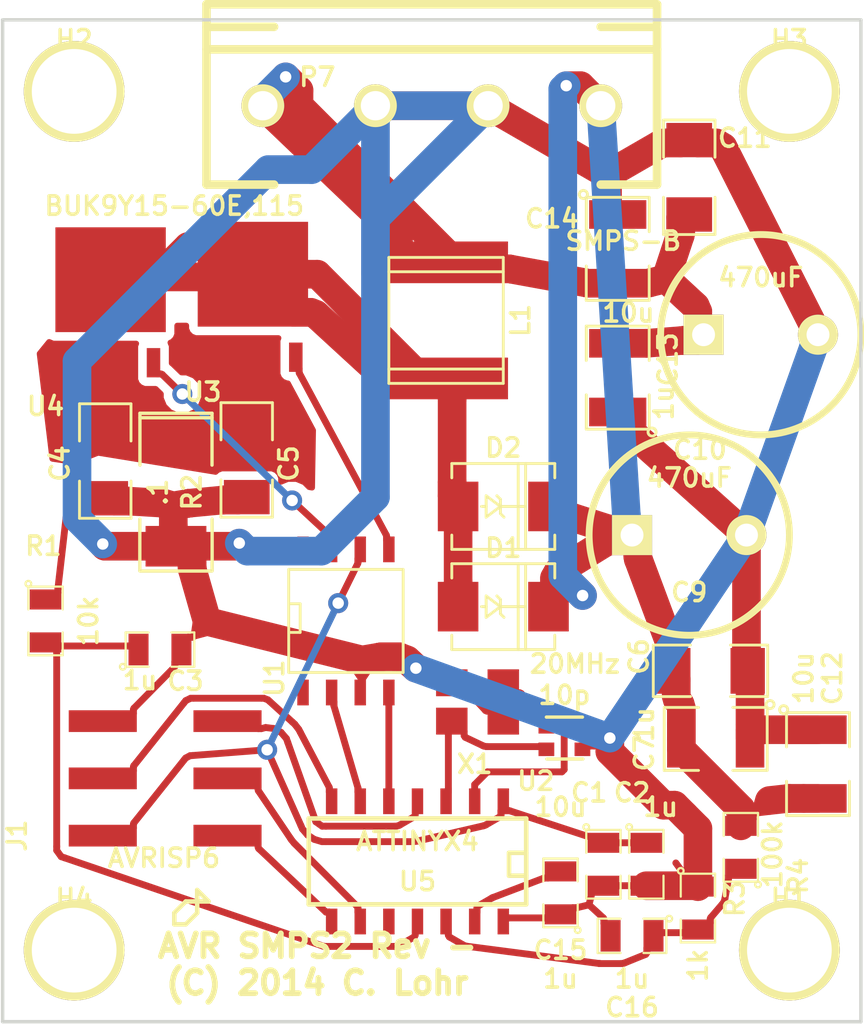
<source format=kicad_pcb>
(kicad_pcb (version 3) (host pcbnew "(2013-jul-07)-stable")

  (general
    (links 72)
    (no_connects 0)
    (area 132.61086 87.130499 171.221401 133.07314)
    (thickness 1.6)
    (drawings 14)
    (tracks 701)
    (zones 0)
    (modules 34)
    (nets 20)
  )

  (page A4)
  (layers
    (15 F.Cu signal)
    (0 B.Cu signal)
    (16 B.Adhes user)
    (17 F.Adhes user)
    (18 B.Paste user)
    (19 F.Paste user)
    (20 B.SilkS user)
    (21 F.SilkS user)
    (22 B.Mask user)
    (23 F.Mask user)
    (24 Dwgs.User user)
    (25 Cmts.User user)
    (26 Eco1.User user)
    (27 Eco2.User user)
    (28 Edge.Cuts user)
  )

  (setup
    (last_trace_width 0.3048)
    (trace_clearance 0.254)
    (zone_clearance 0.381)
    (zone_45_only no)
    (trace_min 0.254)
    (segment_width 0.2)
    (edge_width 0.15)
    (via_size 0.889)
    (via_drill 0.508)
    (via_min_size 0.6604)
    (via_min_drill 0.3302)
    (uvia_size 0.508)
    (uvia_drill 0.127)
    (uvias_allowed no)
    (uvia_min_size 0.508)
    (uvia_min_drill 0.127)
    (pcb_text_width 0.3)
    (pcb_text_size 1.5 1.5)
    (mod_edge_width 0.15)
    (mod_text_size 0.8128 0.8128)
    (mod_text_width 0.15748)
    (pad_size 1.524 1.524)
    (pad_drill 0.762)
    (pad_to_mask_clearance 0.2)
    (aux_axis_origin 0 0)
    (visible_elements FFFFFF7F)
    (pcbplotparams
      (layerselection 284196865)
      (usegerberextensions true)
      (excludeedgelayer false)
      (linewidth 0.100000)
      (plotframeref false)
      (viasonmask false)
      (mode 1)
      (useauxorigin false)
      (hpglpennumber 1)
      (hpglpenspeed 20)
      (hpglpendiameter 15)
      (hpglpenoverlay 2)
      (psnegative false)
      (psa4output false)
      (plotreference true)
      (plotvalue true)
      (plotothertext true)
      (plotinvisibletext false)
      (padsonsilk false)
      (subtractmaskfromsilk false)
      (outputformat 1)
      (mirror false)
      (drillshape 0)
      (scaleselection 1)
      (outputdirectory avr_smps2))
  )

  (net 0 "")
  (net 1 /Vin)
  (net 2 /Vind)
  (net 3 /Vout)
  (net 4 GND)
  (net 5 N-000001)
  (net 6 N-0000010)
  (net 7 N-0000011)
  (net 8 N-0000012)
  (net 9 N-0000015)
  (net 10 N-000002)
  (net 11 N-0000023)
  (net 12 N-0000024)
  (net 13 N-000003)
  (net 14 N-000005)
  (net 15 N-000006)
  (net 16 N-000007)
  (net 17 N-000008)
  (net 18 N-000009)
  (net 19 VCC)

  (net_class Default "This is the default net class."
    (clearance 0.254)
    (trace_width 0.3048)
    (via_dia 0.889)
    (via_drill 0.508)
    (uvia_dia 0.508)
    (uvia_drill 0.127)
    (add_net "")
    (add_net N-000001)
    (add_net N-0000010)
    (add_net N-0000011)
    (add_net N-0000012)
    (add_net N-0000015)
    (add_net N-000002)
    (add_net N-0000023)
    (add_net N-0000024)
    (add_net N-000003)
    (add_net N-000005)
    (add_net N-000006)
    (add_net N-000007)
    (add_net N-000008)
    (add_net N-000009)
    (add_net VCC)
  )

  (net_class Power ""
    (clearance 0.254)
    (trace_width 1.27)
    (via_dia 0.889)
    (via_drill 0.508)
    (uvia_dia 0.508)
    (uvia_drill 0.127)
    (add_net /Vin)
    (add_net /Vind)
    (add_net /Vout)
    (add_net GND)
  )

  (module SM0805 (layer F.Cu) (tedit 54EB9CAE) (tstamp 53BC9D43)
    (at 159.385 125.73 270)
    (path /53A1A5C2)
    (attr smd)
    (fp_text reference C1 (at -3.175 0.635 360) (layer F.SilkS)
      (effects (font (size 0.8128 0.8128) (thickness 0.15748)))
    )
    (fp_text value 10u (at -2.54 1.905 540) (layer F.SilkS)
      (effects (font (size 0.8128 0.8128) (thickness 0.15748)))
    )
    (fp_circle (center -1.651 0.762) (end -1.651 0.635) (layer F.SilkS) (width 0.09906))
    (fp_line (start -0.508 0.762) (end -1.524 0.762) (layer F.SilkS) (width 0.09906))
    (fp_line (start -1.524 0.762) (end -1.524 -0.762) (layer F.SilkS) (width 0.09906))
    (fp_line (start -1.524 -0.762) (end -0.508 -0.762) (layer F.SilkS) (width 0.09906))
    (fp_line (start 0.508 -0.762) (end 1.524 -0.762) (layer F.SilkS) (width 0.09906))
    (fp_line (start 1.524 -0.762) (end 1.524 0.762) (layer F.SilkS) (width 0.09906))
    (fp_line (start 1.524 0.762) (end 0.508 0.762) (layer F.SilkS) (width 0.09906))
    (pad 1 smd rect (at -0.9525 0 270) (size 0.889 1.397)
      (layers F.Cu F.Paste F.Mask)
      (net 19 VCC)
    )
    (pad 2 smd rect (at 0.9525 0 270) (size 0.889 1.397)
      (layers F.Cu F.Paste F.Mask)
      (net 4 GND)
    )
    (model smd/chip_cms.wrl
      (at (xyz 0 0 0))
      (scale (xyz 0.1 0.1 0.1))
      (rotate (xyz 0 0 0))
    )
  )

  (module SM0805 (layer F.Cu) (tedit 54EB9CB2) (tstamp 53BC9D50)
    (at 161.29 125.73 270)
    (path /53BCBF17)
    (attr smd)
    (fp_text reference C2 (at -3.175 0.635 360) (layer F.SilkS)
      (effects (font (size 0.8128 0.8128) (thickness 0.15748)))
    )
    (fp_text value 1u (at -2.54 -0.635 360) (layer F.SilkS)
      (effects (font (size 0.8128 0.8128) (thickness 0.15748)))
    )
    (fp_circle (center -1.651 0.762) (end -1.651 0.635) (layer F.SilkS) (width 0.09906))
    (fp_line (start -0.508 0.762) (end -1.524 0.762) (layer F.SilkS) (width 0.09906))
    (fp_line (start -1.524 0.762) (end -1.524 -0.762) (layer F.SilkS) (width 0.09906))
    (fp_line (start -1.524 -0.762) (end -0.508 -0.762) (layer F.SilkS) (width 0.09906))
    (fp_line (start 0.508 -0.762) (end 1.524 -0.762) (layer F.SilkS) (width 0.09906))
    (fp_line (start 1.524 -0.762) (end 1.524 0.762) (layer F.SilkS) (width 0.09906))
    (fp_line (start 1.524 0.762) (end 0.508 0.762) (layer F.SilkS) (width 0.09906))
    (pad 1 smd rect (at -0.9525 0 270) (size 0.889 1.397)
      (layers F.Cu F.Paste F.Mask)
      (net 19 VCC)
    )
    (pad 2 smd rect (at 0.9525 0 270) (size 0.889 1.397)
      (layers F.Cu F.Paste F.Mask)
      (net 4 GND)
    )
    (model smd/chip_cms.wrl
      (at (xyz 0 0 0))
      (scale (xyz 0.1 0.1 0.1))
      (rotate (xyz 0 0 0))
    )
  )

  (module 632HOLE (layer F.Cu) (tedit 53A9C0BE) (tstamp 53BC9D93)
    (at 167.64 129.54)
    (descr Hole)
    (tags "DEV 6-32 HOLE")
    (path /53A1A5D6)
    (fp_text reference H1 (at 0 -2.30124) (layer F.SilkS)
      (effects (font (size 0.8128 0.8128) (thickness 0.15748)))
    )
    (fp_text value CONN_1 (at 0 2.794) (layer F.SilkS) hide
      (effects (font (size 0.8128 0.8128) (thickness 0.15748)))
    )
    (fp_circle (center 0 0) (end 1.69926 -0.09906) (layer F.SilkS) (width 0.381))
    (pad 1 thru_hole circle (at 0 0) (size 4.4704 4.4704) (drill 3.7592)
      (layers *.Cu *.Mask F.SilkS)
    )
  )

  (module 632HOLE (layer F.Cu) (tedit 53A9C0BE) (tstamp 53BC9D99)
    (at 135.89 91.44)
    (descr Hole)
    (tags "DEV 6-32 HOLE")
    (path /53A1A5DE)
    (fp_text reference H2 (at 0 -2.30124) (layer F.SilkS)
      (effects (font (size 0.8128 0.8128) (thickness 0.15748)))
    )
    (fp_text value CONN_1 (at 0 2.794) (layer F.SilkS) hide
      (effects (font (size 0.8128 0.8128) (thickness 0.15748)))
    )
    (fp_circle (center 0 0) (end 1.69926 -0.09906) (layer F.SilkS) (width 0.381))
    (pad 1 thru_hole circle (at 0 0) (size 4.4704 4.4704) (drill 3.7592)
      (layers *.Cu *.Mask F.SilkS)
    )
  )

  (module 632HOLE (layer F.Cu) (tedit 53A9C0BE) (tstamp 53BC9D9F)
    (at 167.64 91.44)
    (descr Hole)
    (tags "DEV 6-32 HOLE")
    (path /53A1A5DF)
    (fp_text reference H3 (at 0 -2.30124) (layer F.SilkS)
      (effects (font (size 0.8128 0.8128) (thickness 0.15748)))
    )
    (fp_text value CONN_1 (at 0 2.794) (layer F.SilkS) hide
      (effects (font (size 0.8128 0.8128) (thickness 0.15748)))
    )
    (fp_circle (center 0 0) (end 1.69926 -0.09906) (layer F.SilkS) (width 0.381))
    (pad 1 thru_hole circle (at 0 0) (size 4.4704 4.4704) (drill 3.7592)
      (layers *.Cu *.Mask F.SilkS)
    )
  )

  (module 632HOLE (layer F.Cu) (tedit 53A9C0BE) (tstamp 53BC9DA5)
    (at 135.89 129.54)
    (descr Hole)
    (tags "DEV 6-32 HOLE")
    (path /53A1A5E0)
    (fp_text reference H4 (at 0 -2.30124) (layer F.SilkS)
      (effects (font (size 0.8128 0.8128) (thickness 0.15748)))
    )
    (fp_text value CONN_1 (at 0 2.794) (layer F.SilkS) hide
      (effects (font (size 0.8128 0.8128) (thickness 0.15748)))
    )
    (fp_circle (center 0 0) (end 1.69926 -0.09906) (layer F.SilkS) (width 0.381))
    (pad 1 thru_hole circle (at 0 0) (size 4.4704 4.4704) (drill 3.7592)
      (layers *.Cu *.Mask F.SilkS)
    )
  )

  (module RIBBON6SMT (layer F.Cu) (tedit 53BD7768) (tstamp 53BC9DAF)
    (at 137.16 124.46 90)
    (path /53A1A59A)
    (fp_text reference J1 (at 0 -3.81 90) (layer F.SilkS)
      (effects (font (size 0.8128 0.8128) (thickness 0.15748)))
    )
    (fp_text value AVRISP6 (at -0.994 2.716 180) (layer F.SilkS)
      (effects (font (size 0.8128 0.8128) (thickness 0.15748)))
    )
    (pad 2 smd rect (at 0 0 90) (size 0.9652 3.0226)
      (layers F.Cu F.Paste F.Mask)
      (net 19 VCC)
    )
    (pad 4 smd rect (at 2.54 0 90) (size 0.9652 3.0226)
      (layers F.Cu F.Paste F.Mask)
      (net 17 N-000008)
    )
    (pad 6 smd rect (at 5.08 0 90) (size 0.9652 3.0226)
      (layers F.Cu F.Paste F.Mask)
      (net 4 GND)
    )
    (pad 1 smd rect (at 0 5.5372 90) (size 0.9652 3.0226)
      (layers F.Cu F.Paste F.Mask)
      (net 18 N-000009)
    )
    (pad 3 smd rect (at 2.54 5.5372 90) (size 0.9652 3.0226)
      (layers F.Cu F.Paste F.Mask)
      (net 12 N-0000024)
    )
    (pad 5 smd rect (at 5.08 5.5372 90) (size 0.9652 3.0226)
      (layers F.Cu F.Paste F.Mask)
      (net 11 N-0000023)
    )
  )

  (module c_2220 (layer F.Cu) (tedit 49F5796D) (tstamp 53BC9DBB)
    (at 152.4 101.6 270)
    (descr "SMT capacitor, 2220")
    (path /53BC9074)
    (fp_text reference L1 (at 0 -3.302 270) (layer F.SilkS)
      (effects (font (size 0.8128 0.8128) (thickness 0.15748)))
    )
    (fp_text value SRR1280-220M (at 0 3.302 270) (layer F.SilkS) hide
      (effects (font (size 0.8128 0.8128) (thickness 0.15748)))
    )
    (fp_line (start 2.159 -2.54) (end 2.159 2.54) (layer F.SilkS) (width 0.127))
    (fp_line (start -2.159 -2.54) (end -2.159 2.54) (layer F.SilkS) (width 0.127))
    (fp_line (start -2.794 -2.54) (end 2.794 -2.54) (layer F.SilkS) (width 0.127))
    (fp_line (start 2.794 -2.54) (end 2.794 2.54) (layer F.SilkS) (width 0.127))
    (fp_line (start 2.794 2.54) (end -2.794 2.54) (layer F.SilkS) (width 0.127))
    (fp_line (start -2.794 2.54) (end -2.794 -2.54) (layer F.SilkS) (width 0.127))
    (pad 1 smd rect (at 2.57556 0 270) (size 1.84912 5.4991)
      (layers F.Cu F.Paste F.Mask)
      (net 2 /Vind)
    )
    (pad 2 smd rect (at -2.57556 0 270) (size 1.84912 5.4991)
      (layers F.Cu F.Paste F.Mask)
      (net 1 /Vin)
    )
    (model smd/capacitors/c_2220.wrl
      (at (xyz 0 0 0))
      (scale (xyz 1 1 1))
      (rotate (xyz 0 0 0))
    )
  )

  (module PHOENIX1935187 (layer F.Cu) (tedit 54EB9DBC) (tstamp 53BC9DCB)
    (at 151.765 92.075 180)
    (path /53A1B681)
    (fp_text reference P7 (at 5.08 1.27 180) (layer F.SilkS)
      (effects (font (size 0.8128 0.8128) (thickness 0.15748)))
    )
    (fp_text value SMPS-B (at -8.5 -6 180) (layer F.SilkS)
      (effects (font (size 0.8128 0.8128) (thickness 0.15748)))
    )
    (fp_line (start -10 -3.5) (end -10 4.5) (layer F.SilkS) (width 0.381))
    (fp_line (start 10 -3.5) (end 10 4.5) (layer F.SilkS) (width 0.381))
    (fp_line (start 10 4.5) (end -10 4.5) (layer F.SilkS) (width 0.381))
    (fp_line (start -10 2.5) (end 10 2.5) (layer F.SilkS) (width 0.381))
    (fp_line (start 7 -3.5) (end 10 -3.5) (layer F.SilkS) (width 0.381))
    (fp_line (start 10 3.5) (end 7 3.5) (layer F.SilkS) (width 0.381))
    (fp_line (start -7.5 -3.5) (end -10 -3.5) (layer F.SilkS) (width 0.381))
    (fp_line (start -10 3.5) (end -7.5 3.5) (layer F.SilkS) (width 0.381))
    (pad 1 thru_hole circle (at -7.5 0 180) (size 1.9 1.9) (drill 1.3)
      (layers *.Cu *.Mask F.SilkS)
      (net 3 /Vout)
    )
    (pad 2 thru_hole circle (at -2.5 0 180) (size 1.9 1.9) (drill 1.3)
      (layers *.Cu *.Mask F.SilkS)
      (net 4 GND)
    )
    (pad 3 thru_hole circle (at 2.5 0 180) (size 1.9 1.9) (drill 1.3)
      (layers *.Cu *.Mask F.SilkS)
      (net 4 GND)
    )
    (pad 4 thru_hole circle (at 7.5 0 180) (size 1.9 1.9) (drill 1.3)
      (layers *.Cu *.Mask F.SilkS)
      (net 1 /Vin)
    )
  )

  (module SM0805 (layer F.Cu) (tedit 54EB9C4A) (tstamp 53BC9DD8)
    (at 134.62 114.935 270)
    (path /54EB8DD0)
    (attr smd)
    (fp_text reference R1 (at -3.3243 0.0965 360) (layer F.SilkS)
      (effects (font (size 0.8128 0.8128) (thickness 0.15748)))
    )
    (fp_text value 10k (at 0 -1.905 270) (layer F.SilkS)
      (effects (font (size 0.8128 0.8128) (thickness 0.15748)))
    )
    (fp_circle (center -1.651 0.762) (end -1.651 0.635) (layer F.SilkS) (width 0.09906))
    (fp_line (start -0.508 0.762) (end -1.524 0.762) (layer F.SilkS) (width 0.09906))
    (fp_line (start -1.524 0.762) (end -1.524 -0.762) (layer F.SilkS) (width 0.09906))
    (fp_line (start -1.524 -0.762) (end -0.508 -0.762) (layer F.SilkS) (width 0.09906))
    (fp_line (start 0.508 -0.762) (end 1.524 -0.762) (layer F.SilkS) (width 0.09906))
    (fp_line (start 1.524 -0.762) (end 1.524 0.762) (layer F.SilkS) (width 0.09906))
    (fp_line (start 1.524 0.762) (end 0.508 0.762) (layer F.SilkS) (width 0.09906))
    (pad 1 smd rect (at -0.9525 0 270) (size 0.889 1.397)
      (layers F.Cu F.Paste F.Mask)
      (net 9 N-0000015)
    )
    (pad 2 smd rect (at 0.9525 0 270) (size 0.889 1.397)
      (layers F.Cu F.Paste F.Mask)
      (net 7 N-0000011)
    )
    (model smd/chip_cms.wrl
      (at (xyz 0 0 0))
      (scale (xyz 0.1 0.1 0.1))
      (rotate (xyz 0 0 0))
    )
  )

  (module SO8N (layer F.Cu) (tedit 54EB9C77) (tstamp 53BC9DF8)
    (at 147.955 114.935)
    (descr "Module CMS SOJ 8 pins large")
    (tags "CMS SOJ")
    (path /53BC9B3A)
    (attr smd)
    (fp_text reference U1 (at -3.175 2.54 90) (layer F.SilkS)
      (effects (font (size 0.8128 0.8128) (thickness 0.15748)))
    )
    (fp_text value TC4426ACOA-ND (at 3.2058 -1.9377 90) (layer F.SilkS) hide
      (effects (font (size 0.8128 0.8128) (thickness 0.15748)))
    )
    (fp_line (start -2.54 -2.286) (end 2.54 -2.286) (layer F.SilkS) (width 0.127))
    (fp_line (start 2.54 -2.286) (end 2.54 2.286) (layer F.SilkS) (width 0.127))
    (fp_line (start 2.54 2.286) (end -2.54 2.286) (layer F.SilkS) (width 0.127))
    (fp_line (start -2.54 2.286) (end -2.54 -2.286) (layer F.SilkS) (width 0.127))
    (fp_line (start -2.54 -0.762) (end -2.032 -0.762) (layer F.SilkS) (width 0.127))
    (fp_line (start -2.032 -0.762) (end -2.032 0.508) (layer F.SilkS) (width 0.127))
    (fp_line (start -2.032 0.508) (end -2.54 0.508) (layer F.SilkS) (width 0.127))
    (pad 8 smd rect (at -1.905 -3.175) (size 0.508 1.143)
      (layers F.Cu F.Paste F.Mask)
    )
    (pad 7 smd rect (at -0.635 -3.175) (size 0.508 1.143)
      (layers F.Cu F.Paste F.Mask)
      (net 5 N-000001)
    )
    (pad 6 smd rect (at 0.635 -3.175) (size 0.508 1.143)
      (layers F.Cu F.Paste F.Mask)
      (net 19 VCC)
    )
    (pad 5 smd rect (at 1.905 -3.175) (size 0.508 1.143)
      (layers F.Cu F.Paste F.Mask)
      (net 6 N-0000010)
    )
    (pad 4 smd rect (at 1.905 3.175) (size 0.508 1.143)
      (layers F.Cu F.Paste F.Mask)
      (net 13 N-000003)
    )
    (pad 3 smd rect (at 0.635 3.175) (size 0.508 1.143)
      (layers F.Cu F.Paste F.Mask)
      (net 4 GND)
    )
    (pad 2 smd rect (at -0.635 3.175) (size 0.508 1.143)
      (layers F.Cu F.Paste F.Mask)
      (net 10 N-000002)
    )
    (pad 1 smd rect (at -1.905 3.175) (size 0.508 1.143)
      (layers F.Cu F.Paste F.Mask)
    )
    (model smd/cms_so8.wrl
      (at (xyz 0 0 0))
      (scale (xyz 0.5 0.38 0.5))
      (rotate (xyz 0 0 0))
    )
  )

  (module MOSFET-LFPAK56 (layer F.Cu) (tedit 54EB9DC1) (tstamp 53BC9E14)
    (at 143.824 100.694)
    (path /53A1A5AF)
    (fp_text reference U3 (at -2.219 4.081) (layer F.SilkS)
      (effects (font (size 0.8128 0.8128) (thickness 0.15748)))
    )
    (fp_text value BUK9Y15-60E,115 (at -0.5 -2.7) (layer F.SilkS) hide
      (effects (font (size 0.8128 0.8128) (thickness 0.15748)))
    )
    (pad 1 smd rect (at -1.905 2.54) (size 0.6 1.3)
      (layers F.Cu F.Paste F.Mask)
      (net 9 N-0000015)
    )
    (pad 2 smd rect (at -0.635 2.54) (size 0.6 1.3)
      (layers F.Cu F.Paste F.Mask)
      (net 9 N-0000015)
    )
    (pad 3 smd rect (at 0.635 2.54) (size 0.6 1.3)
      (layers F.Cu F.Paste F.Mask)
      (net 9 N-0000015)
    )
    (pad 4 smd rect (at 1.905 2.54) (size 0.6 1.3)
      (layers F.Cu F.Paste F.Mask)
      (net 6 N-0000010)
    )
    (pad 5 smd rect (at 0 -1.143) (size 4.9 4.65)
      (layers F.Cu F.Paste F.Mask)
      (net 2 /Vind)
    )
  )

  (module MOSFET-LFPAK56 (layer F.Cu) (tedit 54EB9DB2) (tstamp 53BC9E1D)
    (at 137.507 100.938)
    (path /53A1DAF9)
    (fp_text reference U4 (at -2.887 4.472) (layer F.SilkS)
      (effects (font (size 0.8128 0.8128) (thickness 0.15748)))
    )
    (fp_text value BUK9Y15-60E,115 (at 2.828 -4.418) (layer F.SilkS)
      (effects (font (size 0.8128 0.8128) (thickness 0.15748)))
    )
    (pad 1 smd rect (at -1.905 2.54) (size 0.6 1.3)
      (layers F.Cu F.Paste F.Mask)
      (net 9 N-0000015)
    )
    (pad 2 smd rect (at -0.635 2.54) (size 0.6 1.3)
      (layers F.Cu F.Paste F.Mask)
      (net 9 N-0000015)
    )
    (pad 3 smd rect (at 0.635 2.54) (size 0.6 1.3)
      (layers F.Cu F.Paste F.Mask)
      (net 9 N-0000015)
    )
    (pad 4 smd rect (at 1.905 2.54) (size 0.6 1.3)
      (layers F.Cu F.Paste F.Mask)
      (net 5 N-000001)
    )
    (pad 5 smd rect (at 0 -1.143) (size 4.9 4.65)
      (layers F.Cu F.Paste F.Mask)
      (net 2 /Vind)
    )
  )

  (module "DO-214AA(SMB)" (layer F.Cu) (tedit 54EB9C66) (tstamp 53BD4094)
    (at 154.94 114.3)
    (descr "DO-214AA (SMB)  PACKAGE.")
    (tags "DO-214AA SMB")
    (path /53BC931C)
    (attr smd)
    (fp_text reference D1 (at 0 -2.60096) (layer F.SilkS)
      (effects (font (size 0.8128 0.8128) (thickness 0.15748)))
    )
    (fp_text value B360A-FDICT-ND (at -0.635 -2.54 90) (layer F.SilkS) hide
      (effects (font (size 0.8128 0.8128) (thickness 0.15748)))
    )
    (fp_line (start -0.762 0) (end -0.9652 0) (layer F.SilkS) (width 0.127))
    (fp_line (start -2.286 -1.905) (end 2.286 -1.905) (layer F.SilkS) (width 0.127))
    (fp_line (start 2.286 -1.905) (end 2.286 -1.27) (layer F.SilkS) (width 0.127))
    (fp_line (start 0.6604 1.905) (end 0.6604 -1.905) (layer F.SilkS) (width 0.127))
    (fp_line (start 0.9906 1.905) (end 0.9906 -1.905) (layer F.SilkS) (width 0.127))
    (fp_line (start -2.286 1.27) (end -2.286 1.905) (layer F.SilkS) (width 0.127))
    (fp_line (start -2.286 1.905) (end 2.286 1.905) (layer F.SilkS) (width 0.127))
    (fp_line (start 2.286 1.905) (end 2.286 1.27) (layer F.SilkS) (width 0.127))
    (fp_line (start -2.286 -1.27) (end -2.286 -1.905) (layer F.SilkS) (width 0.127))
    (fp_line (start -0.127 0) (end -0.762 -0.47498) (layer F.SilkS) (width 0.127))
    (fp_line (start -0.762 -0.47498) (end -0.762 0) (layer F.SilkS) (width 0.127))
    (fp_line (start -0.762 0) (end -0.762 0.47498) (layer F.SilkS) (width 0.127))
    (fp_line (start -0.762 0.47498) (end -0.127 0) (layer F.SilkS) (width 0.127))
    (fp_line (start -0.127 0) (end -0.127 -0.3175) (layer F.SilkS) (width 0.127))
    (fp_line (start -0.127 -0.3175) (end -0.28448 -0.47498) (layer F.SilkS) (width 0.127))
    (fp_line (start -0.127 0) (end -0.127 0.3175) (layer F.SilkS) (width 0.127))
    (fp_line (start -0.127 0.3175) (end 0.03048 0.47498) (layer F.SilkS) (width 0.127))
    (fp_line (start -0.127 0) (end 0.98298 0) (layer F.SilkS) (width 0.127))
    (pad 1 smd rect (at -2.0066 0) (size 1.80086 2.19964)
      (layers F.Cu F.Paste F.Mask)
      (net 2 /Vind)
    )
    (pad 2 smd rect (at 2.0066 0) (size 1.80086 2.19964)
      (layers F.Cu F.Paste F.Mask)
      (net 3 /Vout)
    )
    (model smd/do214.wrl
      (at (xyz 0 0 0))
      (scale (xyz 1 1 1))
      (rotate (xyz 0 0 0))
    )
  )

  (module "DO-214AA(SMB)" (layer F.Cu) (tedit 54EB9C5A) (tstamp 53BD40AC)
    (at 154.94 109.855)
    (descr "DO-214AA (SMB)  PACKAGE.")
    (tags "DO-214AA SMB")
    (path /53BC9A41)
    (attr smd)
    (fp_text reference D2 (at 0 -2.60096) (layer F.SilkS)
      (effects (font (size 0.8128 0.8128) (thickness 0.15748)))
    )
    (fp_text value B360A-FDICT-ND (at 0.5555 1.5949 90) (layer F.SilkS) hide
      (effects (font (size 0.8128 0.8128) (thickness 0.15748)))
    )
    (fp_line (start -0.762 0) (end -0.9652 0) (layer F.SilkS) (width 0.127))
    (fp_line (start -2.286 -1.905) (end 2.286 -1.905) (layer F.SilkS) (width 0.127))
    (fp_line (start 2.286 -1.905) (end 2.286 -1.27) (layer F.SilkS) (width 0.127))
    (fp_line (start 0.6604 1.905) (end 0.6604 -1.905) (layer F.SilkS) (width 0.127))
    (fp_line (start 0.9906 1.905) (end 0.9906 -1.905) (layer F.SilkS) (width 0.127))
    (fp_line (start -2.286 1.27) (end -2.286 1.905) (layer F.SilkS) (width 0.127))
    (fp_line (start -2.286 1.905) (end 2.286 1.905) (layer F.SilkS) (width 0.127))
    (fp_line (start 2.286 1.905) (end 2.286 1.27) (layer F.SilkS) (width 0.127))
    (fp_line (start -2.286 -1.27) (end -2.286 -1.905) (layer F.SilkS) (width 0.127))
    (fp_line (start -0.127 0) (end -0.762 -0.47498) (layer F.SilkS) (width 0.127))
    (fp_line (start -0.762 -0.47498) (end -0.762 0) (layer F.SilkS) (width 0.127))
    (fp_line (start -0.762 0) (end -0.762 0.47498) (layer F.SilkS) (width 0.127))
    (fp_line (start -0.762 0.47498) (end -0.127 0) (layer F.SilkS) (width 0.127))
    (fp_line (start -0.127 0) (end -0.127 -0.3175) (layer F.SilkS) (width 0.127))
    (fp_line (start -0.127 -0.3175) (end -0.28448 -0.47498) (layer F.SilkS) (width 0.127))
    (fp_line (start -0.127 0) (end -0.127 0.3175) (layer F.SilkS) (width 0.127))
    (fp_line (start -0.127 0.3175) (end 0.03048 0.47498) (layer F.SilkS) (width 0.127))
    (fp_line (start -0.127 0) (end 0.98298 0) (layer F.SilkS) (width 0.127))
    (pad 1 smd rect (at -2.0066 0) (size 1.80086 2.19964)
      (layers F.Cu F.Paste F.Mask)
      (net 2 /Vind)
    )
    (pad 2 smd rect (at 2.0066 0) (size 1.80086 2.19964)
      (layers F.Cu F.Paste F.Mask)
      (net 3 /Vout)
    )
    (model smd/do214.wrl
      (at (xyz 0 0 0))
      (scale (xyz 1 1 1))
      (rotate (xyz 0 0 0))
    )
  )

  (module C2V8 (layer F.Cu) (tedit 53BD76F5) (tstamp 53BD4407)
    (at 166.37 102.235)
    (descr "Condensateur polarise")
    (tags CP)
    (path /53BCA390)
    (fp_text reference C10 (at -2.7012 5.1118) (layer F.SilkS)
      (effects (font (size 0.8128 0.8128) (thickness 0.15748)))
    )
    (fp_text value 470uF (at 0 -2.54) (layer F.SilkS)
      (effects (font (size 0.8128 0.8128) (thickness 0.15748)))
    )
    (fp_circle (center 0 0) (end -4.445 0) (layer F.SilkS) (width 0.3048))
    (pad 1 thru_hole rect (at -2.54 0) (size 1.778 1.778) (drill 1.016)
      (layers *.Cu *.Mask F.SilkS)
      (net 1 /Vin)
    )
    (pad 2 thru_hole circle (at 2.54 0) (size 1.778 1.778) (drill 1.016)
      (layers *.Cu *.Mask F.SilkS)
      (net 4 GND)
    )
    (model discret/c_vert_c2v10.wrl
      (at (xyz 0 0 0))
      (scale (xyz 1 1 1))
      (rotate (xyz 0 0 0))
    )
  )

  (module SM1206 (layer F.Cu) (tedit 53BD76EB) (tstamp 53BD4413)
    (at 163.195 95.25 270)
    (path /53BCA4BA)
    (attr smd)
    (fp_text reference C11 (at -1.74342 -2.4677 360) (layer F.SilkS)
      (effects (font (size 0.8128 0.8128) (thickness 0.15748)))
    )
    (fp_text value 1u (at 0 0 270) (layer F.SilkS) hide
      (effects (font (size 0.8128 0.8128) (thickness 0.15748)))
    )
    (fp_line (start -2.54 -1.143) (end -2.54 1.143) (layer F.SilkS) (width 0.127))
    (fp_line (start -2.54 1.143) (end -0.889 1.143) (layer F.SilkS) (width 0.127))
    (fp_line (start 0.889 -1.143) (end 2.54 -1.143) (layer F.SilkS) (width 0.127))
    (fp_line (start 2.54 -1.143) (end 2.54 1.143) (layer F.SilkS) (width 0.127))
    (fp_line (start 2.54 1.143) (end 0.889 1.143) (layer F.SilkS) (width 0.127))
    (fp_line (start -0.889 -1.143) (end -2.54 -1.143) (layer F.SilkS) (width 0.127))
    (pad 1 smd rect (at -1.651 0 270) (size 1.524 2.032)
      (layers F.Cu F.Paste F.Mask)
      (net 4 GND)
    )
    (pad 2 smd rect (at 1.651 0 270) (size 1.524 2.032)
      (layers F.Cu F.Paste F.Mask)
      (net 1 /Vin)
    )
    (model smd/chip_cms.wrl
      (at (xyz 0 0 0))
      (scale (xyz 0.17 0.16 0.16))
      (rotate (xyz 0 0 0))
    )
  )

  (module SM1210 (layer F.Cu) (tedit 54EB9CBA) (tstamp 53BD65EE)
    (at 168.91 121.285 270)
    (tags "CMS SM")
    (path /53BD63EE)
    (attr smd)
    (fp_text reference C12 (at -3.81 -0.635 270) (layer F.SilkS)
      (effects (font (size 0.8128 0.8128) (thickness 0.15748)))
    )
    (fp_text value 10u (at -3.81 0.635 270) (layer F.SilkS)
      (effects (font (size 0.8128 0.8128) (thickness 0.15748)))
    )
    (fp_circle (center -2.413 1.524) (end -2.286 1.397) (layer F.SilkS) (width 0.127))
    (fp_line (start -0.762 -1.397) (end -2.286 -1.397) (layer F.SilkS) (width 0.127))
    (fp_line (start -2.286 -1.397) (end -2.286 1.397) (layer F.SilkS) (width 0.127))
    (fp_line (start -2.286 1.397) (end -0.762 1.397) (layer F.SilkS) (width 0.127))
    (fp_line (start 0.762 1.397) (end 2.286 1.397) (layer F.SilkS) (width 0.127))
    (fp_line (start 2.286 1.397) (end 2.286 -1.397) (layer F.SilkS) (width 0.127))
    (fp_line (start 2.286 -1.397) (end 0.762 -1.397) (layer F.SilkS) (width 0.127))
    (pad 1 smd rect (at -1.524 0 270) (size 1.27 2.54)
      (layers F.Cu F.Paste F.Mask)
      (net 4 GND)
    )
    (pad 2 smd rect (at 1.524 0 270) (size 1.27 2.54)
      (layers F.Cu F.Paste F.Mask)
      (net 3 /Vout)
    )
    (model smd/chip_cms.wrl
      (at (xyz 0 0 0))
      (scale (xyz 0.17 0.2 0.17))
      (rotate (xyz 0 0 0))
    )
  )

  (module SM1210 (layer F.Cu) (tedit 53BD76E4) (tstamp 53BD65FB)
    (at 160.02 104.14 90)
    (tags "CMS SM")
    (path /53BD661F)
    (attr smd)
    (fp_text reference C13 (at 0.8108 2.2234 90) (layer F.SilkS)
      (effects (font (size 0.8128 0.8128) (thickness 0.15748)))
    )
    (fp_text value 1u (at -1.1196 2.0456 90) (layer F.SilkS)
      (effects (font (size 0.8128 0.8128) (thickness 0.15748)))
    )
    (fp_circle (center -2.413 1.524) (end -2.286 1.397) (layer F.SilkS) (width 0.127))
    (fp_line (start -0.762 -1.397) (end -2.286 -1.397) (layer F.SilkS) (width 0.127))
    (fp_line (start -2.286 -1.397) (end -2.286 1.397) (layer F.SilkS) (width 0.127))
    (fp_line (start -2.286 1.397) (end -0.762 1.397) (layer F.SilkS) (width 0.127))
    (fp_line (start 0.762 1.397) (end 2.286 1.397) (layer F.SilkS) (width 0.127))
    (fp_line (start 2.286 1.397) (end 2.286 -1.397) (layer F.SilkS) (width 0.127))
    (fp_line (start 2.286 -1.397) (end 0.762 -1.397) (layer F.SilkS) (width 0.127))
    (pad 1 smd rect (at -1.524 0 90) (size 1.27 2.54)
      (layers F.Cu F.Paste F.Mask)
      (net 4 GND)
    )
    (pad 2 smd rect (at 1.524 0 90) (size 1.27 2.54)
      (layers F.Cu F.Paste F.Mask)
      (net 1 /Vin)
    )
    (model smd/chip_cms.wrl
      (at (xyz 0 0 0))
      (scale (xyz 0.17 0.2 0.17))
      (rotate (xyz 0 0 0))
    )
  )

  (module SM1210 (layer F.Cu) (tedit 53BD76F2) (tstamp 53BD6608)
    (at 160.02 98.425 270)
    (tags "CMS SM")
    (path /53BD662B)
    (attr smd)
    (fp_text reference C14 (at -1.3412 2.9213 360) (layer F.SilkS)
      (effects (font (size 0.8128 0.8128) (thickness 0.15748)))
    )
    (fp_text value 10u (at 2.8371 -0.47468 360) (layer F.SilkS)
      (effects (font (size 0.8128 0.8128) (thickness 0.15748)))
    )
    (fp_circle (center -2.413 1.524) (end -2.286 1.397) (layer F.SilkS) (width 0.127))
    (fp_line (start -0.762 -1.397) (end -2.286 -1.397) (layer F.SilkS) (width 0.127))
    (fp_line (start -2.286 -1.397) (end -2.286 1.397) (layer F.SilkS) (width 0.127))
    (fp_line (start -2.286 1.397) (end -0.762 1.397) (layer F.SilkS) (width 0.127))
    (fp_line (start 0.762 1.397) (end 2.286 1.397) (layer F.SilkS) (width 0.127))
    (fp_line (start 2.286 1.397) (end 2.286 -1.397) (layer F.SilkS) (width 0.127))
    (fp_line (start 2.286 -1.397) (end 0.762 -1.397) (layer F.SilkS) (width 0.127))
    (pad 1 smd rect (at -1.524 0 270) (size 1.27 2.54)
      (layers F.Cu F.Paste F.Mask)
      (net 4 GND)
    )
    (pad 2 smd rect (at 1.524 0 270) (size 1.27 2.54)
      (layers F.Cu F.Paste F.Mask)
      (net 1 /Vin)
    )
    (model smd/chip_cms.wrl
      (at (xyz 0 0 0))
      (scale (xyz 0.17 0.2 0.17))
      (rotate (xyz 0 0 0))
    )
  )

  (module SM0805 (layer F.Cu) (tedit 54EB9B8B) (tstamp 53BD6621)
    (at 163.5798 127.6735 270)
    (path /54EB9322)
    (attr smd)
    (fp_text reference R3 (at -0.4129 -1.6343 270) (layer F.SilkS)
      (effects (font (size 0.8128 0.8128) (thickness 0.15748)))
    )
    (fp_text value 1k (at 2.54 0 270) (layer F.SilkS)
      (effects (font (size 0.8128 0.8128) (thickness 0.15748)))
    )
    (fp_circle (center -1.651 0.762) (end -1.651 0.635) (layer F.SilkS) (width 0.09906))
    (fp_line (start -0.508 0.762) (end -1.524 0.762) (layer F.SilkS) (width 0.09906))
    (fp_line (start -1.524 0.762) (end -1.524 -0.762) (layer F.SilkS) (width 0.09906))
    (fp_line (start -1.524 -0.762) (end -0.508 -0.762) (layer F.SilkS) (width 0.09906))
    (fp_line (start 0.508 -0.762) (end 1.524 -0.762) (layer F.SilkS) (width 0.09906))
    (fp_line (start 1.524 -0.762) (end 1.524 0.762) (layer F.SilkS) (width 0.09906))
    (fp_line (start 1.524 0.762) (end 0.508 0.762) (layer F.SilkS) (width 0.09906))
    (pad 1 smd rect (at -0.9525 0 270) (size 0.889 1.397)
      (layers F.Cu F.Paste F.Mask)
      (net 4 GND)
    )
    (pad 2 smd rect (at 0.9525 0 270) (size 0.889 1.397)
      (layers F.Cu F.Paste F.Mask)
      (net 16 N-000007)
    )
    (model smd/chip_cms.wrl
      (at (xyz 0 0 0))
      (scale (xyz 0.1 0.1 0.1))
      (rotate (xyz 0 0 0))
    )
  )

  (module SM0805 (layer F.Cu) (tedit 54EB9CB5) (tstamp 53BD662E)
    (at 165.4847 124.9791 90)
    (path /54EB8C57)
    (attr smd)
    (fp_text reference R4 (at -1.27 2.54 90) (layer F.SilkS)
      (effects (font (size 0.8128 0.8128) (thickness 0.15748)))
    )
    (fp_text value 100k (at -0.3077 1.4028 90) (layer F.SilkS)
      (effects (font (size 0.8128 0.8128) (thickness 0.15748)))
    )
    (fp_circle (center -1.651 0.762) (end -1.651 0.635) (layer F.SilkS) (width 0.09906))
    (fp_line (start -0.508 0.762) (end -1.524 0.762) (layer F.SilkS) (width 0.09906))
    (fp_line (start -1.524 0.762) (end -1.524 -0.762) (layer F.SilkS) (width 0.09906))
    (fp_line (start -1.524 -0.762) (end -0.508 -0.762) (layer F.SilkS) (width 0.09906))
    (fp_line (start 0.508 -0.762) (end 1.524 -0.762) (layer F.SilkS) (width 0.09906))
    (fp_line (start 1.524 -0.762) (end 1.524 0.762) (layer F.SilkS) (width 0.09906))
    (fp_line (start 1.524 0.762) (end 0.508 0.762) (layer F.SilkS) (width 0.09906))
    (pad 1 smd rect (at -0.9525 0 90) (size 0.889 1.397)
      (layers F.Cu F.Paste F.Mask)
      (net 16 N-000007)
    )
    (pad 2 smd rect (at 0.9525 0 90) (size 0.889 1.397)
      (layers F.Cu F.Paste F.Mask)
      (net 3 /Vout)
    )
    (model smd/chip_cms.wrl
      (at (xyz 0 0 0))
      (scale (xyz 0.1 0.1 0.1))
      (rotate (xyz 0 0 0))
    )
  )

  (module SM0805 (layer F.Cu) (tedit 53BD76DB) (tstamp 53BD693B)
    (at 139.7 116.205)
    (path /54EB8E94)
    (attr smd)
    (fp_text reference C3 (at 1.1297 1.3965) (layer F.SilkS)
      (effects (font (size 0.8128 0.8128) (thickness 0.15748)))
    )
    (fp_text value 1u (at -0.88706 1.36602) (layer F.SilkS)
      (effects (font (size 0.8128 0.8128) (thickness 0.15748)))
    )
    (fp_circle (center -1.651 0.762) (end -1.651 0.635) (layer F.SilkS) (width 0.09906))
    (fp_line (start -0.508 0.762) (end -1.524 0.762) (layer F.SilkS) (width 0.09906))
    (fp_line (start -1.524 0.762) (end -1.524 -0.762) (layer F.SilkS) (width 0.09906))
    (fp_line (start -1.524 -0.762) (end -0.508 -0.762) (layer F.SilkS) (width 0.09906))
    (fp_line (start 0.508 -0.762) (end 1.524 -0.762) (layer F.SilkS) (width 0.09906))
    (fp_line (start 1.524 -0.762) (end 1.524 0.762) (layer F.SilkS) (width 0.09906))
    (fp_line (start 1.524 0.762) (end 0.508 0.762) (layer F.SilkS) (width 0.09906))
    (pad 1 smd rect (at -0.9525 0) (size 0.889 1.397)
      (layers F.Cu F.Paste F.Mask)
      (net 7 N-0000011)
    )
    (pad 2 smd rect (at 0.9525 0) (size 0.889 1.397)
      (layers F.Cu F.Paste F.Mask)
      (net 4 GND)
    )
    (model smd/chip_cms.wrl
      (at (xyz 0 0 0))
      (scale (xyz 0.1 0.1 0.1))
      (rotate (xyz 0 0 0))
    )
  )

  (module SM1206 (layer F.Cu) (tedit 54EB9C84) (tstamp 53BD6947)
    (at 137.27 107.84 270)
    (path /53BC9629)
    (attr smd)
    (fp_text reference C4 (at 0.11 2.015 270) (layer F.SilkS)
      (effects (font (size 0.8128 0.8128) (thickness 0.15748)))
    )
    (fp_text value 10u (at 0 0 270) (layer F.SilkS) hide
      (effects (font (size 0.8128 0.8128) (thickness 0.15748)))
    )
    (fp_line (start -2.54 -1.143) (end -2.54 1.143) (layer F.SilkS) (width 0.127))
    (fp_line (start -2.54 1.143) (end -0.889 1.143) (layer F.SilkS) (width 0.127))
    (fp_line (start 0.889 -1.143) (end 2.54 -1.143) (layer F.SilkS) (width 0.127))
    (fp_line (start 2.54 -1.143) (end 2.54 1.143) (layer F.SilkS) (width 0.127))
    (fp_line (start 2.54 1.143) (end 0.889 1.143) (layer F.SilkS) (width 0.127))
    (fp_line (start -0.889 -1.143) (end -2.54 -1.143) (layer F.SilkS) (width 0.127))
    (pad 1 smd rect (at -1.651 0 270) (size 1.524 2.032)
      (layers F.Cu F.Paste F.Mask)
      (net 9 N-0000015)
    )
    (pad 2 smd rect (at 1.651 0 270) (size 1.524 2.032)
      (layers F.Cu F.Paste F.Mask)
      (net 4 GND)
    )
    (model smd/chip_cms.wrl
      (at (xyz 0 0 0))
      (scale (xyz 0.17 0.16 0.16))
      (rotate (xyz 0 0 0))
    )
  )

  (module SM1206 (layer F.Cu) (tedit 54EB9C81) (tstamp 53BD6953)
    (at 143.55 107.79 270)
    (path /53BC9585)
    (attr smd)
    (fp_text reference C5 (at 0.16 -1.865 270) (layer F.SilkS)
      (effects (font (size 0.8128 0.8128) (thickness 0.15748)))
    )
    (fp_text value .1u (at 0 0 270) (layer F.SilkS) hide
      (effects (font (size 0.8128 0.8128) (thickness 0.15748)))
    )
    (fp_line (start -2.54 -1.143) (end -2.54 1.143) (layer F.SilkS) (width 0.127))
    (fp_line (start -2.54 1.143) (end -0.889 1.143) (layer F.SilkS) (width 0.127))
    (fp_line (start 0.889 -1.143) (end 2.54 -1.143) (layer F.SilkS) (width 0.127))
    (fp_line (start 2.54 -1.143) (end 2.54 1.143) (layer F.SilkS) (width 0.127))
    (fp_line (start 2.54 1.143) (end 0.889 1.143) (layer F.SilkS) (width 0.127))
    (fp_line (start -0.889 -1.143) (end -2.54 -1.143) (layer F.SilkS) (width 0.127))
    (pad 1 smd rect (at -1.651 0 270) (size 1.524 2.032)
      (layers F.Cu F.Paste F.Mask)
      (net 9 N-0000015)
    )
    (pad 2 smd rect (at 1.651 0 270) (size 1.524 2.032)
      (layers F.Cu F.Paste F.Mask)
      (net 4 GND)
    )
    (model smd/chip_cms.wrl
      (at (xyz 0 0 0))
      (scale (xyz 0.17 0.16 0.16))
      (rotate (xyz 0 0 0))
    )
  )

  (module SM1206 (layer F.Cu) (tedit 54EB9CC1) (tstamp 53BD695F)
    (at 164.1378 117.1477 180)
    (path /53BC9D5A)
    (attr smd)
    (fp_text reference C6 (at 3.175 0.635 270) (layer F.SilkS)
      (effects (font (size 0.8128 0.8128) (thickness 0.15748)))
    )
    (fp_text value 1u (at 3.175 -0.635 270) (layer F.SilkS) hide
      (effects (font (size 0.8128 0.8128) (thickness 0.15748)))
    )
    (fp_line (start -2.54 -1.143) (end -2.54 1.143) (layer F.SilkS) (width 0.127))
    (fp_line (start -2.54 1.143) (end -0.889 1.143) (layer F.SilkS) (width 0.127))
    (fp_line (start 0.889 -1.143) (end 2.54 -1.143) (layer F.SilkS) (width 0.127))
    (fp_line (start 2.54 -1.143) (end 2.54 1.143) (layer F.SilkS) (width 0.127))
    (fp_line (start 2.54 1.143) (end 0.889 1.143) (layer F.SilkS) (width 0.127))
    (fp_line (start -0.889 -1.143) (end -2.54 -1.143) (layer F.SilkS) (width 0.127))
    (pad 1 smd rect (at -1.651 0 180) (size 1.524 2.032)
      (layers F.Cu F.Paste F.Mask)
      (net 4 GND)
    )
    (pad 2 smd rect (at 1.651 0 180) (size 1.524 2.032)
      (layers F.Cu F.Paste F.Mask)
      (net 3 /Vout)
    )
    (model smd/chip_cms.wrl
      (at (xyz 0 0 0))
      (scale (xyz 0.17 0.16 0.16))
      (rotate (xyz 0 0 0))
    )
  )

  (module SM1210 (layer F.Cu) (tedit 54EB9CC7) (tstamp 53BD696C)
    (at 164.3685 120.1689 180)
    (tags "CMS SM")
    (path /53BC9D6C)
    (attr smd)
    (fp_text reference C7 (at 3.175 -0.635 270) (layer F.SilkS)
      (effects (font (size 0.8128 0.8128) (thickness 0.15748)))
    )
    (fp_text value 1u (at 3.175 0.635 270) (layer F.SilkS)
      (effects (font (size 0.8128 0.8128) (thickness 0.15748)))
    )
    (fp_circle (center -2.413 1.524) (end -2.286 1.397) (layer F.SilkS) (width 0.127))
    (fp_line (start -0.762 -1.397) (end -2.286 -1.397) (layer F.SilkS) (width 0.127))
    (fp_line (start -2.286 -1.397) (end -2.286 1.397) (layer F.SilkS) (width 0.127))
    (fp_line (start -2.286 1.397) (end -0.762 1.397) (layer F.SilkS) (width 0.127))
    (fp_line (start 0.762 1.397) (end 2.286 1.397) (layer F.SilkS) (width 0.127))
    (fp_line (start 2.286 1.397) (end 2.286 -1.397) (layer F.SilkS) (width 0.127))
    (fp_line (start 2.286 -1.397) (end 0.762 -1.397) (layer F.SilkS) (width 0.127))
    (pad 1 smd rect (at -1.524 0 180) (size 1.27 2.54)
      (layers F.Cu F.Paste F.Mask)
      (net 4 GND)
    )
    (pad 2 smd rect (at 1.524 0 180) (size 1.27 2.54)
      (layers F.Cu F.Paste F.Mask)
      (net 3 /Vout)
    )
    (model smd/chip_cms.wrl
      (at (xyz 0 0 0))
      (scale (xyz 0.17 0.2 0.17))
      (rotate (xyz 0 0 0))
    )
  )

  (module SM2010 (layer F.Cu) (tedit 510157F5) (tstamp 53BD6979)
    (at 140.41 109.22 270)
    (tags "CMS SM")
    (path /53BC94B7)
    (attr smd)
    (fp_text reference R2 (at 0 -0.7 270) (layer F.SilkS)
      (effects (font (size 0.8128 0.8128) (thickness 0.15748)))
    )
    (fp_text value .1 (at 0 0.8 270) (layer F.SilkS)
      (effects (font (size 0.8128 0.8128) (thickness 0.15748)))
    )
    (fp_line (start -3.3 -1.6) (end -3.3 1.6) (layer F.SilkS) (width 0.15))
    (fp_line (start 3.50012 -1.6002) (end 3.50012 1.6002) (layer F.SilkS) (width 0.15))
    (fp_line (start -3.5 -1.6) (end -3.5 1.6) (layer F.SilkS) (width 0.15))
    (fp_line (start 1.19634 1.60528) (end 3.48234 1.60528) (layer F.SilkS) (width 0.15))
    (fp_line (start 3.48234 -1.60528) (end 1.19634 -1.60528) (layer F.SilkS) (width 0.15))
    (fp_line (start -1.2 -1.6) (end -3.5 -1.6) (layer F.SilkS) (width 0.15))
    (fp_line (start -3.5 1.6) (end -1.2 1.6) (layer F.SilkS) (width 0.15))
    (pad 1 smd rect (at -2.4003 0 270) (size 1.80086 2.70002)
      (layers F.Cu F.Paste F.Mask)
      (net 9 N-0000015)
    )
    (pad 2 smd rect (at 2.4003 0 270) (size 1.80086 2.70002)
      (layers F.Cu F.Paste F.Mask)
      (net 4 GND)
    )
    (model smd\chip_smd_pol_wide.wrl
      (at (xyz 0 0 0))
      (scale (xyz 0.35 0.35 0.35))
      (rotate (xyz 0 0 0))
    )
  )

  (module XTAL4P (layer F.Cu) (tedit 54EB9C5F) (tstamp 54EB80A8)
    (at 154.94 119.38 180)
    (path /54EB8C48)
    (fp_text reference X1 (at 1.27 -1.905 180) (layer F.SilkS)
      (effects (font (size 0.8128 0.8128) (thickness 0.15748)))
    )
    (fp_text value 20MHz (at -3.175 2.54 180) (layer F.SilkS)
      (effects (font (size 0.8128 0.8128) (thickness 0.15748)))
    )
    (pad 4 smd rect (at 0 0 180) (size 1.397 1.1938)
      (layers F.Cu F.Paste F.Mask)
      (net 4 GND)
    )
    (pad 1 smd rect (at 0 1.7018 180) (size 1.397 1.1938)
      (layers F.Cu F.Paste F.Mask)
      (net 14 N-000005)
    )
    (pad 3 smd rect (at 2.286 1.7018 180) (size 1.397 1.1938)
      (layers F.Cu F.Paste F.Mask)
      (net 4 GND)
    )
    (pad 2 smd rect (at 2.286 0 180) (size 1.397 1.1938)
      (layers F.Cu F.Paste F.Mask)
      (net 15 N-000006)
    )
  )

  (module SM0805 (layer F.Cu) (tedit 54EB9CA2) (tstamp 54EB80B5)
    (at 157.48 127 90)
    (path /54EB8A7D)
    (attr smd)
    (fp_text reference C15 (at -2.54 0 180) (layer F.SilkS)
      (effects (font (size 0.8128 0.8128) (thickness 0.15748)))
    )
    (fp_text value 1u (at -3.81 0 180) (layer F.SilkS)
      (effects (font (size 0.8128 0.8128) (thickness 0.15748)))
    )
    (fp_circle (center -1.651 0.762) (end -1.651 0.635) (layer F.SilkS) (width 0.09906))
    (fp_line (start -0.508 0.762) (end -1.524 0.762) (layer F.SilkS) (width 0.09906))
    (fp_line (start -1.524 0.762) (end -1.524 -0.762) (layer F.SilkS) (width 0.09906))
    (fp_line (start -1.524 -0.762) (end -0.508 -0.762) (layer F.SilkS) (width 0.09906))
    (fp_line (start 0.508 -0.762) (end 1.524 -0.762) (layer F.SilkS) (width 0.09906))
    (fp_line (start 1.524 -0.762) (end 1.524 0.762) (layer F.SilkS) (width 0.09906))
    (fp_line (start 1.524 0.762) (end 0.508 0.762) (layer F.SilkS) (width 0.09906))
    (pad 1 smd rect (at -0.9525 0 90) (size 0.889 1.397)
      (layers F.Cu F.Paste F.Mask)
      (net 4 GND)
    )
    (pad 2 smd rect (at 0.9525 0 90) (size 0.889 1.397)
      (layers F.Cu F.Paste F.Mask)
      (net 8 N-0000012)
    )
    (model smd/chip_cms.wrl
      (at (xyz 0 0 0))
      (scale (xyz 0.1 0.1 0.1))
      (rotate (xyz 0 0 0))
    )
  )

  (module SM0805 (layer F.Cu) (tedit 54EB9CA7) (tstamp 54EB80C2)
    (at 160.655 128.905 180)
    (path /54EB908A)
    (attr smd)
    (fp_text reference C16 (at 0 -3.175 180) (layer F.SilkS)
      (effects (font (size 0.8128 0.8128) (thickness 0.15748)))
    )
    (fp_text value 1u (at 0 -1.905 180) (layer F.SilkS)
      (effects (font (size 0.8128 0.8128) (thickness 0.15748)))
    )
    (fp_circle (center -1.651 0.762) (end -1.651 0.635) (layer F.SilkS) (width 0.09906))
    (fp_line (start -0.508 0.762) (end -1.524 0.762) (layer F.SilkS) (width 0.09906))
    (fp_line (start -1.524 0.762) (end -1.524 -0.762) (layer F.SilkS) (width 0.09906))
    (fp_line (start -1.524 -0.762) (end -0.508 -0.762) (layer F.SilkS) (width 0.09906))
    (fp_line (start 0.508 -0.762) (end 1.524 -0.762) (layer F.SilkS) (width 0.09906))
    (fp_line (start 1.524 -0.762) (end 1.524 0.762) (layer F.SilkS) (width 0.09906))
    (fp_line (start 1.524 0.762) (end 0.508 0.762) (layer F.SilkS) (width 0.09906))
    (pad 1 smd rect (at -0.9525 0 180) (size 0.889 1.397)
      (layers F.Cu F.Paste F.Mask)
      (net 16 N-000007)
    )
    (pad 2 smd rect (at 0.9525 0 180) (size 0.889 1.397)
      (layers F.Cu F.Paste F.Mask)
      (net 4 GND)
    )
    (model smd/chip_cms.wrl
      (at (xyz 0 0 0))
      (scale (xyz 0.1 0.1 0.1))
      (rotate (xyz 0 0 0))
    )
  )

  (module NETWORK0606 (layer F.Cu) (tedit 54EB9C6E) (tstamp 53BC9E0B)
    (at 157.6533 120.1305)
    (path /54EB9B52)
    (fp_text reference U2 (at -1.27 1.905) (layer F.SilkS)
      (effects (font (size 0.8128 0.8128) (thickness 0.15748)))
    )
    (fp_text value 10p (at 0 -1.905) (layer F.SilkS)
      (effects (font (size 0.8128 0.8128) (thickness 0.15748)))
    )
    (fp_line (start 0.8 -0.93) (end -0.8 -0.93) (layer F.SilkS) (width 0.15))
    (fp_line (start -0.78 0.93) (end 0.82 0.93) (layer F.SilkS) (width 0.15))
    (pad 1 smd rect (at -0.8 -0.5) (size 0.7 0.6)
      (layers F.Cu F.Paste F.Mask)
      (net 14 N-000005)
    )
    (pad 2 smd rect (at 0.8 -0.5) (size 0.7 0.6)
      (layers F.Cu F.Paste F.Mask)
      (net 4 GND)
    )
    (pad 3 smd rect (at -0.8 0.5) (size 0.7 0.6)
      (layers F.Cu F.Paste F.Mask)
      (net 15 N-000006)
    )
    (pad 4 smd rect (at 0.8 0.5) (size 0.7 0.6)
      (layers F.Cu F.Paste F.Mask)
      (net 4 GND)
    )
  )

  (module SO14E (layer F.Cu) (tedit 42806FBF) (tstamp 54EB8128)
    (at 151.13 125.73 180)
    (descr "module CMS SOJ 14 pins etroit")
    (tags "CMS SOJ")
    (path /54EB809A)
    (attr smd)
    (fp_text reference U5 (at 0 -0.762 180) (layer F.SilkS)
      (effects (font (size 0.8128 0.8128) (thickness 0.15748)))
    )
    (fp_text value ATTINYX4 (at 0 1.016 180) (layer F.SilkS)
      (effects (font (size 0.8128 0.8128) (thickness 0.15748)))
    )
    (fp_line (start -4.826 -1.778) (end 4.826 -1.778) (layer F.SilkS) (width 0.2032))
    (fp_line (start 4.826 -1.778) (end 4.826 2.032) (layer F.SilkS) (width 0.2032))
    (fp_line (start 4.826 2.032) (end -4.826 2.032) (layer F.SilkS) (width 0.2032))
    (fp_line (start -4.826 2.032) (end -4.826 -1.778) (layer F.SilkS) (width 0.2032))
    (fp_line (start -4.826 -0.508) (end -4.064 -0.508) (layer F.SilkS) (width 0.2032))
    (fp_line (start -4.064 -0.508) (end -4.064 0.508) (layer F.SilkS) (width 0.2032))
    (fp_line (start -4.064 0.508) (end -4.826 0.508) (layer F.SilkS) (width 0.2032))
    (pad 1 smd rect (at -3.81 2.794 180) (size 0.508 1.143)
      (layers F.Cu F.Paste F.Mask)
      (net 19 VCC)
    )
    (pad 2 smd rect (at -2.54 2.794 180) (size 0.508 1.143)
      (layers F.Cu F.Paste F.Mask)
      (net 14 N-000005)
    )
    (pad 3 smd rect (at -1.27 2.794 180) (size 0.508 1.143)
      (layers F.Cu F.Paste F.Mask)
      (net 15 N-000006)
    )
    (pad 4 smd rect (at 0 2.794 180) (size 0.508 1.143)
      (layers F.Cu F.Paste F.Mask)
      (net 11 N-0000023)
    )
    (pad 5 smd rect (at 1.27 2.794 180) (size 0.508 1.143)
      (layers F.Cu F.Paste F.Mask)
      (net 13 N-000003)
    )
    (pad 6 smd rect (at 2.54 2.794 180) (size 0.508 1.143)
      (layers F.Cu F.Paste F.Mask)
      (net 10 N-000002)
    )
    (pad 7 smd rect (at 3.81 2.794 180) (size 0.508 1.143)
      (layers F.Cu F.Paste F.Mask)
      (net 17 N-000008)
    )
    (pad 8 smd rect (at 3.81 -2.54 180) (size 0.508 1.143)
      (layers F.Cu F.Paste F.Mask)
      (net 18 N-000009)
    )
    (pad 9 smd rect (at 2.54 -2.54 180) (size 0.508 1.143)
      (layers F.Cu F.Paste F.Mask)
      (net 12 N-0000024)
    )
    (pad 10 smd rect (at 1.27 -2.54 180) (size 0.508 1.143)
      (layers F.Cu F.Paste F.Mask)
    )
    (pad 11 smd rect (at 0 -2.54 180) (size 0.508 1.143)
      (layers F.Cu F.Paste F.Mask)
      (net 7 N-0000011)
    )
    (pad 12 smd rect (at -1.27 -2.54 180) (size 0.508 1.143)
      (layers F.Cu F.Paste F.Mask)
      (net 16 N-000007)
    )
    (pad 13 smd rect (at -2.54 -2.54 180) (size 0.508 1.143)
      (layers F.Cu F.Paste F.Mask)
      (net 8 N-0000012)
    )
    (pad 14 smd rect (at -3.81 -2.54 180) (size 0.508 1.143)
      (layers F.Cu F.Paste F.Mask)
      (net 4 GND)
    )
    (model smd/cms_so14.wrl
      (at (xyz 0 0 0))
      (scale (xyz 0.5 0.3 0.5))
      (rotate (xyz 0 0 0))
    )
  )

  (module C2V8 (layer F.Cu) (tedit 46544AA3) (tstamp 54EB85DC)
    (at 163.195 111.125)
    (descr "Condensateur polarise")
    (tags CP)
    (path /53BC9FA2)
    (fp_text reference C9 (at 0 2.54) (layer F.SilkS)
      (effects (font (size 0.8128 0.8128) (thickness 0.15748)))
    )
    (fp_text value 470uF (at 0 -2.54) (layer F.SilkS)
      (effects (font (size 0.8128 0.8128) (thickness 0.15748)))
    )
    (fp_circle (center 0 0) (end -4.445 0) (layer F.SilkS) (width 0.3048))
    (pad 1 thru_hole rect (at -2.54 0) (size 1.778 1.778) (drill 1.016)
      (layers *.Cu *.Mask F.SilkS)
      (net 3 /Vout)
    )
    (pad 2 thru_hole circle (at 2.54 0) (size 1.778 1.778) (drill 1.016)
      (layers *.Cu *.Mask F.SilkS)
      (net 4 GND)
    )
    (model discret/c_vert_c2v10.wrl
      (at (xyz 0 0 0))
      (scale (xyz 1 1 1))
      (rotate (xyz 0 0 0))
    )
  )

  (gr_line (start 170.815 132.715) (end 170.815 88.265) (angle 90) (layer Edge.Cuts) (width 0.15))
  (gr_line (start 132.715 132.715) (end 170.815 132.715) (angle 90) (layer Edge.Cuts) (width 0.15))
  (gr_line (start 132.715 88.265) (end 132.715 132.715) (angle 90) (layer Edge.Cuts) (width 0.15))
  (gr_line (start 170.815 88.265) (end 132.715 88.265) (angle 90) (layer Edge.Cuts) (width 0.15))
  (gr_line (start 140.843 128.397) (end 140.335 128.397) (angle 90) (layer F.SilkS) (width 0.2))
  (gr_line (start 141.351 127.889) (end 140.843 128.397) (angle 90) (layer F.SilkS) (width 0.2))
  (gr_line (start 141.351 127.381) (end 141.351 127.889) (angle 90) (layer F.SilkS) (width 0.2))
  (gr_line (start 141.859 127.381) (end 141.351 127.381) (angle 90) (layer F.SilkS) (width 0.2))
  (gr_line (start 141.351 126.873) (end 141.859 127.381) (angle 90) (layer F.SilkS) (width 0.2))
  (gr_line (start 141.351 127.381) (end 141.351 126.873) (angle 90) (layer F.SilkS) (width 0.2))
  (gr_line (start 140.843 127.381) (end 141.351 127.381) (angle 90) (layer F.SilkS) (width 0.2))
  (gr_line (start 140.335 127.889) (end 140.843 127.381) (angle 90) (layer F.SilkS) (width 0.2))
  (gr_line (start 140.335 128.397) (end 140.335 127.889) (angle 90) (layer F.SilkS) (width 0.2))
  (gr_text "AVR SMPS2 Rev -\n(C) 2014 C. Lohr" (at 146.685 130.175) (layer F.SilkS) (tstamp 53BD7B1F)
    (effects (font (size 1.016 1.016) (thickness 0.254)))
  )

  (segment (start 144.265 92.075) (end 144.265 91.80768) (width 1.27) (layer B.Cu) (net 1) (status C00000))
  (segment (start 144.265 91.80768) (end 145.27784 90.79484) (width 1.27) (layer B.Cu) (net 1) (tstamp 54EB9FF6) (status 400000))
  (via (at 145.27784 90.79484) (size 0.889) (layers F.Cu B.Cu) (net 1))
  (segment (start 145.27784 90.79484) (end 145.8722 91.3892) (width 1.27) (layer F.Cu) (net 1) (tstamp 54EB9FF8))
  (segment (start 145.8722 91.3892) (end 145.8722 92.075) (width 1.27) (layer F.Cu) (net 1) (tstamp 54EB9FF9))
  (segment (start 144.265 92.075) (end 145.8722 92.075) (width 1.27) (layer F.Cu) (net 1) (status 400000))
  (segment (start 145.8722 92.075) (end 152.4 98.6028) (width 1.27) (layer F.Cu) (net 1) (tstamp 54EB9FF2) (status 800000))
  (segment (start 152.4 98.6028) (end 152.4 99.02444) (width 1.27) (layer F.Cu) (net 1) (tstamp 54EB9FF3) (status C00000))
  (segment (start 163.3725 100.8802) (end 162.1578 99.7549) (width 1.27) (layer F.Cu) (net 1))
  (segment (start 163.4698 100.9702) (end 163.3725 100.8802) (width 1.27) (layer F.Cu) (net 1))
  (segment (start 163.576 101.2133) (end 163.4698 100.9702) (width 1.27) (layer F.Cu) (net 1))
  (segment (start 163.576 101.346) (end 163.576 101.2133) (width 1.27) (layer F.Cu) (net 1))
  (segment (start 163.576 101.981) (end 163.576 101.346) (width 1.27) (layer F.Cu) (net 1))
  (segment (start 163.83 102.235) (end 163.576 101.981) (width 1.27) (layer F.Cu) (net 1))
  (segment (start 154.5146 99.314) (end 152.4 99.0244) (width 1.27) (layer F.Cu) (net 1))
  (segment (start 155.1496 99.314) (end 154.5146 99.314) (width 1.27) (layer F.Cu) (net 1))
  (segment (start 155.1787 99.314) (end 155.1496 99.314) (width 1.27) (layer F.Cu) (net 1))
  (segment (start 155.235 99.3191) (end 155.1787 99.314) (width 1.27) (layer F.Cu) (net 1))
  (segment (start 155.2634 99.3243) (end 155.235 99.3191) (width 1.27) (layer F.Cu) (net 1))
  (segment (start 158.6362 99.9387) (end 155.2634 99.3243) (width 1.27) (layer F.Cu) (net 1))
  (segment (start 158.7209 99.949) (end 158.75 99.949) (width 1.27) (layer F.Cu) (net 1))
  (segment (start 158.6646 99.9439) (end 158.7209 99.949) (width 1.27) (layer F.Cu) (net 1))
  (segment (start 158.6362 99.9387) (end 158.6646 99.9439) (width 1.27) (layer F.Cu) (net 1))
  (segment (start 159.385 99.949) (end 158.75 99.949) (width 1.27) (layer F.Cu) (net 1))
  (segment (start 160.02 99.949) (end 159.385 99.949) (width 1.27) (layer F.Cu) (net 1))
  (segment (start 160.655 99.949) (end 160.02 99.949) (width 1.27) (layer F.Cu) (net 1))
  (segment (start 161.29 99.949) (end 160.655 99.949) (width 1.27) (layer F.Cu) (net 1))
  (segment (start 161.4037 99.9399) (end 161.4413 99.9307) (width 1.27) (layer F.Cu) (net 1))
  (segment (start 161.3277 99.949) (end 161.4037 99.9399) (width 1.27) (layer F.Cu) (net 1))
  (segment (start 161.29 99.949) (end 161.3277 99.949) (width 1.27) (layer F.Cu) (net 1))
  (segment (start 162.1578 99.7549) (end 161.4413 99.9307) (width 1.27) (layer F.Cu) (net 1))
  (segment (start 160.655 102.616) (end 160.02 102.616) (width 1.27) (layer F.Cu) (net 1))
  (segment (start 161.29 102.616) (end 160.655 102.616) (width 1.27) (layer F.Cu) (net 1))
  (segment (start 161.3277 102.615) (end 161.3402 102.614) (width 1.27) (layer F.Cu) (net 1))
  (segment (start 161.3022 102.616) (end 161.3277 102.615) (width 1.27) (layer F.Cu) (net 1))
  (segment (start 161.29 102.616) (end 161.3022 102.616) (width 1.27) (layer F.Cu) (net 1))
  (segment (start 162.8908 102.491) (end 161.3402 102.614) (width 1.27) (layer F.Cu) (net 1))
  (segment (start 162.9033 102.49) (end 162.8908 102.491) (width 1.27) (layer F.Cu) (net 1))
  (segment (start 162.9288 102.489) (end 162.9033 102.49) (width 1.27) (layer F.Cu) (net 1))
  (segment (start 162.941 102.489) (end 162.9288 102.489) (width 1.27) (layer F.Cu) (net 1))
  (segment (start 163.576 102.489) (end 162.941 102.489) (width 1.27) (layer F.Cu) (net 1))
  (segment (start 163.83 102.235) (end 163.576 102.489) (width 1.27) (layer F.Cu) (net 1))
  (segment (start 162.7821 97.8619) (end 162.1578 99.7549) (width 1.27) (layer F.Cu) (net 1))
  (segment (start 162.8141 97.7136) (end 162.814 97.663) (width 1.27) (layer F.Cu) (net 1))
  (segment (start 162.7981 97.8134) (end 162.8141 97.7136) (width 1.27) (layer F.Cu) (net 1))
  (segment (start 162.7821 97.8619) (end 162.7981 97.8134) (width 1.27) (layer F.Cu) (net 1))
  (segment (start 162.814 97.028) (end 162.814 97.663) (width 1.27) (layer F.Cu) (net 1))
  (segment (start 163.195 96.901) (end 162.814 97.028) (width 1.27) (layer F.Cu) (net 1))
  (segment (start 150.2854 98.7348) (end 152.4 99.0244) (width 1.27) (layer F.Cu) (net 1))
  (segment (start 150.2854 98.0998) (end 150.2854 98.7348) (width 1.27) (layer F.Cu) (net 1))
  (segment (start 150.1833 97.7308) (end 150.0891 97.6407) (width 1.27) (layer F.Cu) (net 1))
  (segment (start 150.2853 97.9695) (end 150.1833 97.7308) (width 1.27) (layer F.Cu) (net 1))
  (segment (start 150.2854 98.0998) (end 150.2853 97.9695) (width 1.27) (layer F.Cu) (net 1))
  (segment (start 144.265 92.075) (end 150.0891 97.6407) (width 1.27) (layer F.Cu) (net 1))
  (segment (start 143.824 99.551) (end 146.68324 99.551) (width 1.27) (layer F.Cu) (net 2) (status 400000))
  (segment (start 146.68324 99.551) (end 151.3078 104.17556) (width 1.27) (layer F.Cu) (net 2) (tstamp 54EBA013) (status 800000))
  (segment (start 151.3078 104.17556) (end 152.4 104.17556) (width 1.27) (layer F.Cu) (net 2) (tstamp 54EBA014) (status C00000))
  (segment (start 140.9446 98.3234) (end 142.5964 98.3234) (width 1.27) (layer F.Cu) (net 2) (status 800000))
  (segment (start 142.5964 98.3234) (end 143.824 99.551) (width 1.27) (layer F.Cu) (net 2) (tstamp 54EBA010) (status C00000))
  (segment (start 137.507 99.795) (end 139.2444 99.795) (width 1.27) (layer F.Cu) (net 2) (status C00000))
  (segment (start 139.2444 99.795) (end 139.4884 99.551) (width 1.27) (layer F.Cu) (net 2) (tstamp 54EBA00B) (status C00000))
  (segment (start 139.4884 99.551) (end 139.717 99.551) (width 1.27) (layer F.Cu) (net 2) (tstamp 54EBA00C) (status C00000))
  (segment (start 139.717 99.551) (end 140.9446 98.3234) (width 1.27) (layer F.Cu) (net 2) (tstamp 54EBA00D) (status 400000))
  (segment (start 150.2854 103.886) (end 152.4 104.1756) (width 1.27) (layer F.Cu) (net 2))
  (segment (start 149.6504 103.886) (end 150.2854 103.886) (width 1.27) (layer F.Cu) (net 2))
  (segment (start 149.531 103.886) (end 149.6504 103.886) (width 1.27) (layer F.Cu) (net 2))
  (segment (start 149.3085 103.7992) (end 149.531 103.886) (width 1.27) (layer F.Cu) (net 2))
  (segment (start 149.221 103.7188) (end 149.3085 103.7992) (width 1.27) (layer F.Cu) (net 2))
  (segment (start 146.7034 101.4082) (end 149.221 103.7188) (width 1.27) (layer F.Cu) (net 2))
  (segment (start 146.3934 101.241) (end 146.274 101.241) (width 1.27) (layer F.Cu) (net 2))
  (segment (start 146.6159 101.3278) (end 146.3934 101.241) (width 1.27) (layer F.Cu) (net 2))
  (segment (start 146.7034 101.4082) (end 146.6159 101.3278) (width 1.27) (layer F.Cu) (net 2))
  (segment (start 145.639 101.241) (end 146.274 101.241) (width 1.27) (layer F.Cu) (net 2))
  (segment (start 143.824 99.551) (end 145.639 101.241) (width 1.27) (layer F.Cu) (net 2))
  (segment (start 142.009 99.673) (end 143.824 99.551) (width 1.27) (layer F.Cu) (net 2))
  (segment (start 141.374 99.673) (end 142.009 99.673) (width 1.27) (layer F.Cu) (net 2))
  (segment (start 139.957 99.673) (end 141.374 99.673) (width 1.27) (layer F.Cu) (net 2))
  (segment (start 139.322 99.673) (end 139.957 99.673) (width 1.27) (layer F.Cu) (net 2))
  (segment (start 137.507 99.795) (end 139.322 99.673) (width 1.27) (layer F.Cu) (net 2))
  (segment (start 152.668 104.4652) (end 152.4 104.1756) (width 1.27) (layer F.Cu) (net 2))
  (segment (start 152.668 105.1002) (end 152.668 104.4652) (width 1.27) (layer F.Cu) (net 2))
  (segment (start 152.668 108.7552) (end 152.668 105.1002) (width 1.27) (layer F.Cu) (net 2))
  (segment (start 152.668 109.3902) (end 152.668 108.7552) (width 1.27) (layer F.Cu) (net 2))
  (segment (start 152.9334 109.855) (end 152.668 109.3902) (width 1.27) (layer F.Cu) (net 2))
  (segment (start 152.9334 110.3198) (end 152.9334 109.855) (width 1.27) (layer F.Cu) (net 2))
  (segment (start 152.9334 110.9548) (end 152.9334 110.3198) (width 1.27) (layer F.Cu) (net 2))
  (segment (start 152.9334 113.2002) (end 152.9334 110.9548) (width 1.27) (layer F.Cu) (net 2))
  (segment (start 152.9334 113.8352) (end 152.9334 113.2002) (width 1.27) (layer F.Cu) (net 2))
  (segment (start 152.9334 114.3) (end 152.9334 113.8352) (width 1.27) (layer F.Cu) (net 2))
  (segment (start 159.265 92.075) (end 159.258 92.075) (width 1.27) (layer F.Cu) (net 3) (status C00000))
  (segment (start 159.258 92.075) (end 158.369 91.186) (width 1.27) (layer F.Cu) (net 3) (tstamp 54EB9FFF) (status 400000))
  (segment (start 158.369 91.186) (end 157.734 91.186) (width 1.27) (layer F.Cu) (net 3) (tstamp 54EBA000))
  (via (at 157.734 91.186) (size 0.889) (layers F.Cu B.Cu) (net 3))
  (segment (start 157.734 91.186) (end 157.5816 91.3384) (width 1.27) (layer B.Cu) (net 3) (tstamp 54EBA002))
  (segment (start 157.5816 91.3384) (end 157.5816 112.9284) (width 1.27) (layer B.Cu) (net 3) (tstamp 54EBA003))
  (segment (start 157.5816 112.9284) (end 158.46044 113.80724) (width 1.27) (layer B.Cu) (net 3) (tstamp 54EBA004))
  (via (at 158.46044 113.80724) (size 0.889) (layers F.Cu B.Cu) (net 3))
  (segment (start 158.46044 113.80724) (end 157.4003 112.7471) (width 1.27) (layer F.Cu) (net 3) (tstamp 54EBA006))
  (segment (start 157.4003 112.7471) (end 157.3725 112.7471) (width 1.27) (layer F.Cu) (net 3) (tstamp 54EBA007))
  (segment (start 162.8445 120.1689) (end 162.8445 120.63478) (width 1.27) (layer F.Cu) (net 3))
  (segment (start 165.4847 123.27498) (end 165.4847 124.0266) (width 1.27) (layer F.Cu) (net 3) (tstamp 54EB9FBA))
  (segment (start 162.8445 120.63478) (end 165.4847 123.27498) (width 1.27) (layer F.Cu) (net 3) (tstamp 54EB9FB9))
  (segment (start 160.401 110.871) (end 160.655 111.125) (width 1.27) (layer B.Cu) (net 3))
  (segment (start 160.401 110.236) (end 160.401 110.871) (width 1.27) (layer B.Cu) (net 3))
  (segment (start 160.401 110.236) (end 160.3998 110.1963) (width 1.27) (layer B.Cu) (net 3))
  (segment (start 159.265 92.075) (end 160.3998 110.1963) (width 1.27) (layer B.Cu) (net 3))
  (segment (start 166.0852 123.4654) (end 166.7558 122.9019) (width 0.3048) (layer F.Cu) (net 3))
  (segment (start 166.0308 123.5484) (end 166.0308 123.5821) (width 0.3048) (layer F.Cu) (net 3))
  (segment (start 165.4847 124.0266) (end 166.0308 123.7345) (width 0.3048) (layer F.Cu) (net 3))
  (segment (start 166.0308 123.7345) (end 166.0308 123.5821) (width 0.3048) (layer F.Cu) (net 3))
  (segment (start 166.0852 123.4654) (end 166.0593 123.4871) (width 0.3048) (layer F.Cu) (net 3))
  (segment (start 166.0593 123.4871) (end 166.0308 123.5484) (width 0.3048) (layer F.Cu) (net 3))
  (segment (start 167.571 122.8128) (end 166.7558 122.9019) (width 1.27) (layer F.Cu) (net 3))
  (segment (start 167.5879 122.8109) (end 167.571 122.8128) (width 1.27) (layer F.Cu) (net 3))
  (segment (start 167.6223 122.809) (end 167.5879 122.8109) (width 1.27) (layer F.Cu) (net 3))
  (segment (start 167.64 122.809) (end 167.6223 122.809) (width 1.27) (layer F.Cu) (net 3))
  (segment (start 168.275 122.809) (end 167.64 122.809) (width 1.27) (layer F.Cu) (net 3))
  (segment (start 168.91 122.809) (end 168.275 122.809) (width 1.27) (layer F.Cu) (net 3))
  (segment (start 157.212 110.3198) (end 156.9466 109.855) (width 1.27) (layer F.Cu) (net 3))
  (segment (start 157.847 110.3198) (end 157.212 110.3198) (width 1.27) (layer F.Cu) (net 3))
  (segment (start 157.8965 110.3199) (end 157.847 110.3198) (width 1.27) (layer F.Cu) (net 3))
  (segment (start 157.9942 110.3352) (end 157.8965 110.3199) (width 1.27) (layer F.Cu) (net 3))
  (segment (start 158.0407 110.3501) (end 157.9942 110.3352) (width 1.27) (layer F.Cu) (net 3))
  (segment (start 159.5723 110.8407) (end 158.0407 110.3501) (width 1.27) (layer F.Cu) (net 3))
  (segment (start 159.7165 110.8709) (end 159.766 110.871) (width 1.27) (layer F.Cu) (net 3))
  (segment (start 159.6188 110.8556) (end 159.7165 110.8709) (width 1.27) (layer F.Cu) (net 3))
  (segment (start 159.5723 110.8407) (end 159.6188 110.8556) (width 1.27) (layer F.Cu) (net 3))
  (segment (start 160.401 110.871) (end 159.766 110.871) (width 1.27) (layer F.Cu) (net 3))
  (segment (start 160.655 111.125) (end 160.401 110.871) (width 1.27) (layer F.Cu) (net 3))
  (segment (start 162.8445 119.5339) (end 162.8445 120.1689) (width 1.27) (layer F.Cu) (net 3))
  (segment (start 162.8445 118.8989) (end 162.8445 119.5339) (width 1.27) (layer F.Cu) (net 3))
  (segment (start 162.7973 118.6433) (end 162.752 118.5689) (width 1.27) (layer F.Cu) (net 3))
  (segment (start 162.8445 118.8119) (end 162.7973 118.6433) (width 1.27) (layer F.Cu) (net 3))
  (segment (start 162.8445 118.8989) (end 162.8445 118.8119) (width 1.27) (layer F.Cu) (net 3))
  (segment (start 162.7063 118.4937) (end 162.752 118.5689) (width 1.27) (layer F.Cu) (net 3))
  (segment (start 162.661 118.4193) (end 162.7063 118.4937) (width 1.27) (layer F.Cu) (net 3))
  (segment (start 162.6138 118.2507) (end 162.661 118.4193) (width 1.27) (layer F.Cu) (net 3))
  (segment (start 162.6138 118.1637) (end 162.6138 118.2507) (width 1.27) (layer F.Cu) (net 3))
  (segment (start 162.6138 117.5287) (end 162.6138 118.1637) (width 1.27) (layer F.Cu) (net 3))
  (segment (start 162.4868 117.1477) (end 162.6138 117.5287) (width 1.27) (layer F.Cu) (net 3))
  (segment (start 162.3598 116.7667) (end 162.4868 117.1477) (width 1.27) (layer F.Cu) (net 3))
  (segment (start 162.3598 116.1317) (end 162.3598 116.7667) (width 1.27) (layer F.Cu) (net 3))
  (segment (start 162.3397 115.9635) (end 162.3197 115.9097) (width 1.27) (layer F.Cu) (net 3))
  (segment (start 162.3598 116.075) (end 162.3397 115.9635) (width 1.27) (layer F.Cu) (net 3))
  (segment (start 162.3598 116.1317) (end 162.3598 116.075) (width 1.27) (layer F.Cu) (net 3))
  (segment (start 160.9491 112.236) (end 162.3197 115.9097) (width 1.27) (layer F.Cu) (net 3))
  (segment (start 160.9291 112.1822) (end 160.9491 112.236) (width 1.27) (layer F.Cu) (net 3))
  (segment (start 160.909 112.0707) (end 160.9291 112.1822) (width 1.27) (layer F.Cu) (net 3))
  (segment (start 160.909 112.014) (end 160.909 112.0707) (width 1.27) (layer F.Cu) (net 3))
  (segment (start 160.909 111.379) (end 160.909 112.014) (width 1.27) (layer F.Cu) (net 3))
  (segment (start 160.655 111.125) (end 160.909 111.379) (width 1.27) (layer F.Cu) (net 3))
  (segment (start 157.212 113.8352) (end 156.9466 114.3) (width 1.27) (layer F.Cu) (net 3))
  (segment (start 157.212 113.2002) (end 157.212 113.8352) (width 1.27) (layer F.Cu) (net 3))
  (segment (start 157.212 113.0351) (end 157.212 113.2002) (width 1.27) (layer F.Cu) (net 3))
  (segment (start 157.3725 112.7471) (end 157.212 113.0351) (width 1.27) (layer F.Cu) (net 3))
  (segment (start 157.5131 112.6601) (end 157.3725 112.7471) (width 1.27) (layer F.Cu) (net 3))
  (segment (start 159.4321 111.4739) (end 157.5131 112.6601) (width 1.27) (layer F.Cu) (net 3))
  (segment (start 159.5073 111.4274) (end 159.4321 111.4739) (width 1.27) (layer F.Cu) (net 3))
  (segment (start 159.6779 111.379) (end 159.5073 111.4274) (width 1.27) (layer F.Cu) (net 3))
  (segment (start 159.766 111.379) (end 159.6779 111.379) (width 1.27) (layer F.Cu) (net 3))
  (segment (start 160.401 111.379) (end 159.766 111.379) (width 1.27) (layer F.Cu) (net 3))
  (segment (start 160.655 111.125) (end 160.401 111.379) (width 1.27) (layer F.Cu) (net 3))
  (segment (start 166.0852 123.4654) (end 166.2931 122.7647) (width 0.3048) (layer F.Cu) (net 3))
  (segment (start 166.0852 123.4654) (end 166.8113 123.3813) (width 0.3048) (layer F.Cu) (net 3))
  (segment (start 154.265 92.075) (end 149.265 92.075) (width 1.27) (layer F.Cu) (net 4) (status C00000))
  (segment (start 149.265 99.48164) (end 149.265 97.075) (width 1.27) (layer B.Cu) (net 4))
  (segment (start 149.265 97.075) (end 154.265 92.075) (width 1.27) (layer B.Cu) (net 4) (tstamp 54EB9FEE) (status 800000))
  (segment (start 140.41 111.6203) (end 137.25906 111.6203) (width 1.27) (layer F.Cu) (net 4) (status 400000))
  (segment (start 137.25906 111.6203) (end 137.16 111.52124) (width 1.27) (layer F.Cu) (net 4) (tstamp 54EB9FE2))
  (via (at 137.16 111.52124) (size 0.889) (layers F.Cu B.Cu) (net 4))
  (segment (start 137.16 111.52124) (end 136.017 110.37824) (width 1.27) (layer B.Cu) (net 4) (tstamp 54EB9FE4))
  (segment (start 136.017 110.37824) (end 136.017 103.4034) (width 1.27) (layer B.Cu) (net 4) (tstamp 54EB9FE5))
  (segment (start 136.017 103.4034) (end 144.51076 94.90964) (width 1.27) (layer B.Cu) (net 4) (tstamp 54EB9FE6))
  (segment (start 144.51076 94.90964) (end 146.43036 94.90964) (width 1.27) (layer B.Cu) (net 4) (tstamp 54EB9FE8))
  (segment (start 146.43036 94.90964) (end 149.265 92.075) (width 1.27) (layer B.Cu) (net 4) (tstamp 54EB9FE9) (status 800000))
  (segment (start 140.41 111.6203) (end 143.08074 111.6203) (width 1.27) (layer F.Cu) (net 4) (status 400000))
  (segment (start 143.08074 111.6203) (end 143.22044 111.4806) (width 1.27) (layer F.Cu) (net 4) (tstamp 54EB9FDA))
  (via (at 143.22044 111.4806) (size 0.889) (layers F.Cu B.Cu) (net 4))
  (segment (start 143.22044 111.4806) (end 143.57604 111.8362) (width 1.27) (layer B.Cu) (net 4) (tstamp 54EB9FDC))
  (segment (start 143.57604 111.8362) (end 146.86788 111.8362) (width 1.27) (layer B.Cu) (net 4) (tstamp 54EB9FDD))
  (segment (start 146.86788 111.8362) (end 149.265 109.43908) (width 1.27) (layer B.Cu) (net 4) (tstamp 54EB9FDE))
  (segment (start 149.265 109.43908) (end 149.265 99.48164) (width 1.27) (layer B.Cu) (net 4) (tstamp 54EB9FDF))
  (segment (start 149.265 99.48164) (end 149.265 92.075) (width 1.27) (layer B.Cu) (net 4) (tstamp 54EB9FEC) (status 800000))
  (segment (start 163.5798 126.721) (end 163.5798 124.14376) (width 1.27) (layer F.Cu) (net 4))
  (segment (start 159.6696 120.7314) (end 162.04692 123.10872) (width 1.27) (layer F.Cu) (net 4) (tstamp 54EB9FAF))
  (segment (start 159.6696 120.7314) (end 159.6696 120.1305) (width 1.27) (layer F.Cu) (net 4))
  (segment (start 162.54476 123.10872) (end 162.9909 123.55486) (width 1.27) (layer F.Cu) (net 4) (tstamp 54EB9FB3))
  (segment (start 162.04692 123.10872) (end 162.54476 123.10872) (width 1.27) (layer F.Cu) (net 4))
  (segment (start 163.5798 124.14376) (end 162.9909 123.55486) (width 1.27) (layer F.Cu) (net 4) (tstamp 54EB9FCB))
  (segment (start 161.29 126.6825) (end 163.5413 126.6825) (width 1.27) (layer F.Cu) (net 4))
  (segment (start 163.5413 126.6825) (end 163.5798 126.721) (width 1.27) (layer F.Cu) (net 4) (tstamp 54EB9FC8))
  (via (at 159.6696 120.1305) (size 0.889) (layers F.Cu B.Cu) (net 4))
  (via (at 151.0591 117.0303) (size 0.889) (layers F.Cu B.Cu) (net 4))
  (segment (start 151.0591 117.0303) (end 159.6696 120.1305) (width 1.27) (layer B.Cu) (net 4))
  (segment (start 165.735 111.125) (end 159.6696 120.1305) (width 1.27) (layer B.Cu) (net 4))
  (segment (start 168.91 102.235) (end 165.735 111.125) (width 1.27) (layer B.Cu) (net 4))
  (segment (start 149.265 92.075) (end 154.265 92.075) (width 1.27) (layer B.Cu) (net 4))
  (segment (start 140.9551 109.7181) (end 140.2905 109.8308) (width 1.27) (layer F.Cu) (net 4))
  (segment (start 140.9741 109.7149) (end 140.9551 109.7181) (width 1.27) (layer F.Cu) (net 4))
  (segment (start 141.011 109.7101) (end 140.9741 109.7149) (width 1.27) (layer F.Cu) (net 4))
  (segment (start 141.0287 109.7084) (end 141.011 109.7101) (width 1.27) (layer F.Cu) (net 4))
  (segment (start 142.4738 109.5709) (end 141.0287 109.7084) (width 1.27) (layer F.Cu) (net 4))
  (segment (start 142.4886 109.5694) (end 142.4738 109.5709) (width 1.27) (layer F.Cu) (net 4))
  (segment (start 142.5185 109.568) (end 142.4886 109.5694) (width 1.27) (layer F.Cu) (net 4))
  (segment (start 142.534 109.568) (end 142.5185 109.568) (width 1.27) (layer F.Cu) (net 4))
  (segment (start 143.169 109.568) (end 142.534 109.568) (width 1.27) (layer F.Cu) (net 4))
  (segment (start 143.55 109.441) (end 143.169 109.568) (width 1.27) (layer F.Cu) (net 4))
  (segment (start 159.465 120.274) (end 159.6696 120.1305) (width 0.3048) (layer F.Cu) (net 4))
  (segment (start 158.4533 120.6305) (end 158.6509 120.4829) (width 0.3048) (layer F.Cu) (net 4))
  (segment (start 158.6509 120.4829) (end 158.8033 120.4829) (width 0.3048) (layer F.Cu) (net 4))
  (segment (start 158.8033 120.4829) (end 158.9817 120.4828) (width 0.3048) (layer F.Cu) (net 4))
  (segment (start 158.9817 120.4828) (end 159.3199 120.3758) (width 0.3048) (layer F.Cu) (net 4))
  (segment (start 159.3199 120.3758) (end 159.465 120.274) (width 0.3048) (layer F.Cu) (net 4))
  (segment (start 159.5667 96.266) (end 159.5667 95.136) (width 1.27) (layer F.Cu) (net 4))
  (segment (start 159.5667 96.901) (end 159.5667 96.266) (width 1.27) (layer F.Cu) (net 4))
  (segment (start 160.02 96.901) (end 159.5667 96.901) (width 1.27) (layer F.Cu) (net 4))
  (segment (start 168.275 119.761) (end 168.91 119.761) (width 1.27) (layer F.Cu) (net 4))
  (segment (start 167.64 119.761) (end 168.275 119.761) (width 1.27) (layer F.Cu) (net 4))
  (segment (start 166.5275 119.761) (end 167.64 119.761) (width 1.27) (layer F.Cu) (net 4))
  (segment (start 165.8925 119.761) (end 166.5275 119.761) (width 1.27) (layer F.Cu) (net 4))
  (segment (start 165.8925 120.1689) (end 165.8925 119.761) (width 1.27) (layer F.Cu) (net 4))
  (segment (start 165.735 116.7667) (end 165.7888 117.1477) (width 1.27) (layer F.Cu) (net 4))
  (segment (start 165.735 116.1317) (end 165.735 116.7667) (width 1.27) (layer F.Cu) (net 4))
  (segment (start 165.735 111.125) (end 165.735 116.1317) (width 1.27) (layer F.Cu) (net 4))
  (segment (start 148.6655 116.6675) (end 141.7936 114.954) (width 1.27) (layer F.Cu) (net 4))
  (segment (start 151.9206 116.9309) (end 151.0591 117.0303) (width 0.3048) (layer F.Cu) (net 4))
  (segment (start 151.9295 116.9299) (end 151.9206 116.9309) (width 0.3048) (layer F.Cu) (net 4))
  (segment (start 151.947 116.9289) (end 151.9295 116.9299) (width 0.3048) (layer F.Cu) (net 4))
  (segment (start 151.9555 116.9289) (end 151.947 116.9289) (width 0.3048) (layer F.Cu) (net 4))
  (segment (start 152.0186 116.9289) (end 151.9555 116.9289) (width 0.3048) (layer F.Cu) (net 4))
  (segment (start 152.1079 117.0182) (end 152.0186 116.9289) (width 0.3048) (layer F.Cu) (net 4))
  (segment (start 152.1079 117.0813) (end 152.1079 117.0182) (width 0.3048) (layer F.Cu) (net 4))
  (segment (start 152.1079 117.2337) (end 152.1079 117.0813) (width 0.3048) (layer F.Cu) (net 4))
  (segment (start 152.654 117.6782) (end 152.1079 117.2337) (width 0.3048) (layer F.Cu) (net 4))
  (segment (start 141.1493 112.6948) (end 141.7936 114.954) (width 1.27) (layer F.Cu) (net 4))
  (segment (start 140.41 111.6203) (end 141.125 111.8857) (width 1.27) (layer F.Cu) (net 4))
  (segment (start 141.125 111.8857) (end 141.125 112.5207) (width 1.27) (layer F.Cu) (net 4))
  (segment (start 141.125 112.5207) (end 141.125 112.5651) (width 1.27) (layer F.Cu) (net 4))
  (segment (start 141.125 112.5651) (end 141.1371 112.652) (width 1.27) (layer F.Cu) (net 4))
  (segment (start 141.1371 112.652) (end 141.1493 112.6948) (width 1.27) (layer F.Cu) (net 4))
  (segment (start 163.0337 126.4289) (end 163.5798 126.721) (width 0.3048) (layer F.Cu) (net 4))
  (segment (start 163.0335 126.2691) (end 163.0337 126.2765) (width 0.3048) (layer F.Cu) (net 4))
  (segment (start 163.0337 126.2765) (end 163.0337 126.4289) (width 0.3048) (layer F.Cu) (net 4))
  (segment (start 165.8925 119.5339) (end 165.8925 120.1689) (width 1.27) (layer F.Cu) (net 4))
  (segment (start 165.8925 118.8989) (end 165.8925 119.5339) (width 1.27) (layer F.Cu) (net 4))
  (segment (start 165.8925 118.1637) (end 165.8925 118.8989) (width 1.27) (layer F.Cu) (net 4))
  (segment (start 165.8925 117.5287) (end 165.8925 118.1637) (width 1.27) (layer F.Cu) (net 4))
  (segment (start 165.7888 117.1477) (end 165.8925 117.5287) (width 1.27) (layer F.Cu) (net 4))
  (segment (start 154.265 92.075) (end 159.5667 95.136) (width 1.27) (layer F.Cu) (net 4))
  (segment (start 164.7775 94.0741) (end 168.91 102.235) (width 1.27) (layer F.Cu) (net 4))
  (segment (start 164.39 93.7259) (end 164.211 93.726) (width 1.27) (layer F.Cu) (net 4))
  (segment (start 164.6963 93.9138) (end 164.39 93.7259) (width 1.27) (layer F.Cu) (net 4))
  (segment (start 164.7775 94.0741) (end 164.6963 93.9138) (width 1.27) (layer F.Cu) (net 4))
  (segment (start 163.576 93.726) (end 164.211 93.726) (width 1.27) (layer F.Cu) (net 4))
  (segment (start 163.195 93.599) (end 163.576 93.726) (width 1.27) (layer F.Cu) (net 4))
  (segment (start 160.655 105.664) (end 160.02 105.664) (width 1.27) (layer F.Cu) (net 4))
  (segment (start 160.655 106.299) (end 160.655 105.664) (width 1.27) (layer F.Cu) (net 4))
  (segment (start 160.766 106.6825) (end 160.8668 106.7724) (width 1.27) (layer F.Cu) (net 4))
  (segment (start 160.6551 106.4351) (end 160.766 106.6825) (width 1.27) (layer F.Cu) (net 4))
  (segment (start 160.655 106.299) (end 160.6551 106.4351) (width 1.27) (layer F.Cu) (net 4))
  (segment (start 165.735 111.125) (end 160.8668 106.7724) (width 1.27) (layer F.Cu) (net 4))
  (segment (start 158.8346 127.1631) (end 158.7452 127.5292) (width 0.3048) (layer F.Cu) (net 4))
  (segment (start 158.8389 127.1361) (end 158.8389 127.127) (width 0.3048) (layer F.Cu) (net 4))
  (segment (start 158.8367 127.1543) (end 158.8389 127.1361) (width 0.3048) (layer F.Cu) (net 4))
  (segment (start 158.8346 127.1631) (end 158.8367 127.1543) (width 0.3048) (layer F.Cu) (net 4))
  (segment (start 158.8389 126.9746) (end 158.8389 127.127) (width 0.3048) (layer F.Cu) (net 4))
  (segment (start 159.385 126.6825) (end 158.8389 126.9746) (width 0.3048) (layer F.Cu) (net 4))
  (segment (start 149.436 116.5367) (end 148.6655 116.6675) (width 1.27) (layer F.Cu) (net 4))
  (segment (start 149.4785 116.5295) (end 149.436 116.5367) (width 1.27) (layer F.Cu) (net 4))
  (segment (start 149.5634 116.5224) (end 149.4785 116.5295) (width 1.27) (layer F.Cu) (net 4))
  (segment (start 149.606 116.5224) (end 149.5634 116.5224) (width 1.27) (layer F.Cu) (net 4))
  (segment (start 150.114 116.5224) (end 149.606 116.5224) (width 1.27) (layer F.Cu) (net 4))
  (segment (start 150.3074 116.5225) (end 150.114 116.5224) (width 1.27) (layer F.Cu) (net 4))
  (segment (start 150.6663 116.6641) (end 150.3074 116.5225) (width 1.27) (layer F.Cu) (net 4))
  (segment (start 150.8067 116.7951) (end 150.6663 116.6641) (width 1.27) (layer F.Cu) (net 4))
  (segment (start 151.0591 117.0303) (end 150.8067 116.7951) (width 1.27) (layer F.Cu) (net 4))
  (segment (start 137.651 109.618) (end 137.27 109.491) (width 1.27) (layer F.Cu) (net 4))
  (segment (start 138.286 109.618) (end 137.651 109.618) (width 1.27) (layer F.Cu) (net 4))
  (segment (start 138.3243 109.6192) (end 138.286 109.618) (width 1.27) (layer F.Cu) (net 4))
  (segment (start 139.7563 109.7056) (end 138.3243 109.6192) (width 1.27) (layer F.Cu) (net 4))
  (segment (start 139.809 109.7088) (end 139.7563 109.7056) (width 1.27) (layer F.Cu) (net 4))
  (segment (start 139.9158 109.7266) (end 139.809 109.7088) (width 1.27) (layer F.Cu) (net 4))
  (segment (start 139.9671 109.7409) (end 139.9158 109.7266) (width 1.27) (layer F.Cu) (net 4))
  (segment (start 140.2905 109.8308) (end 139.9671 109.7409) (width 1.27) (layer F.Cu) (net 4))
  (segment (start 140.3604 116.7511) (end 140.6525 116.205) (width 0.3048) (layer F.Cu) (net 4))
  (segment (start 140.3604 116.9035) (end 140.3604 116.7511) (width 0.3048) (layer F.Cu) (net 4))
  (segment (start 140.3604 116.9336) (end 140.3604 116.9035) (width 0.3048) (layer F.Cu) (net 4))
  (segment (start 140.3376 116.9892) (end 140.3604 116.9336) (width 0.3048) (layer F.Cu) (net 4))
  (segment (start 140.3166 117.0105) (end 140.3376 116.9892) (width 0.3048) (layer F.Cu) (net 4))
  (segment (start 138.5627 118.7904) (end 140.3166 117.0105) (width 0.3048) (layer F.Cu) (net 4))
  (segment (start 138.5189 118.8673) (end 138.5189 118.8974) (width 0.3048) (layer F.Cu) (net 4))
  (segment (start 138.5417 118.8117) (end 138.5189 118.8673) (width 0.3048) (layer F.Cu) (net 4))
  (segment (start 138.5627 118.7904) (end 138.5417 118.8117) (width 0.3048) (layer F.Cu) (net 4))
  (segment (start 138.5189 119.0498) (end 138.5189 118.8974) (width 0.3048) (layer F.Cu) (net 4))
  (segment (start 137.16 119.38) (end 138.5189 119.0498) (width 0.3048) (layer F.Cu) (net 4))
  (segment (start 148.6655 117.5385) (end 148.6655 116.6675) (width 0.3048) (layer F.Cu) (net 4))
  (segment (start 148.6655 117.6909) (end 148.6655 117.5385) (width 0.3048) (layer F.Cu) (net 4))
  (segment (start 148.59 118.11) (end 148.6655 117.6909) (width 0.3048) (layer F.Cu) (net 4))
  (segment (start 141.2108 115.6079) (end 141.7936 114.954) (width 0.3048) (layer F.Cu) (net 4))
  (segment (start 141.189 115.6323) (end 141.2108 115.6079) (width 0.3048) (layer F.Cu) (net 4))
  (segment (start 141.1297 115.6589) (end 141.189 115.6323) (width 0.3048) (layer F.Cu) (net 4))
  (segment (start 141.097 115.6589) (end 141.1297 115.6589) (width 0.3048) (layer F.Cu) (net 4))
  (segment (start 140.9446 115.6589) (end 141.097 115.6589) (width 0.3048) (layer F.Cu) (net 4))
  (segment (start 140.6525 116.205) (end 140.9446 115.6589) (width 0.3048) (layer F.Cu) (net 4))
  (segment (start 161.8615 93.8111) (end 159.5667 95.136) (width 1.27) (layer F.Cu) (net 4))
  (segment (start 161.9339 93.7693) (end 161.8615 93.8111) (width 1.27) (layer F.Cu) (net 4))
  (segment (start 162.0954 93.726) (end 161.9339 93.7693) (width 1.27) (layer F.Cu) (net 4))
  (segment (start 162.179 93.726) (end 162.0954 93.726) (width 1.27) (layer F.Cu) (net 4))
  (segment (start 162.814 93.726) (end 162.179 93.726) (width 1.27) (layer F.Cu) (net 4))
  (segment (start 163.195 93.599) (end 162.814 93.726) (width 1.27) (layer F.Cu) (net 4))
  (segment (start 159.4104 128.3589) (end 159.7025 128.905) (width 0.3048) (layer F.Cu) (net 4))
  (segment (start 159.4104 128.2065) (end 159.4104 128.3589) (width 0.3048) (layer F.Cu) (net 4))
  (segment (start 159.3846 128.1158) (end 159.361 128.0942) (width 0.3048) (layer F.Cu) (net 4))
  (segment (start 159.4104 128.1744) (end 159.3846 128.1158) (width 0.3048) (layer F.Cu) (net 4))
  (segment (start 159.4104 128.2065) (end 159.4104 128.1744) (width 0.3048) (layer F.Cu) (net 4))
  (segment (start 158.7452 127.5292) (end 159.361 128.0942) (width 0.3048) (layer F.Cu) (net 4))
  (segment (start 158.2139 127.6562) (end 158.7452 127.5292) (width 0.3048) (layer F.Cu) (net 4))
  (segment (start 158.2053 127.6583) (end 158.2139 127.6562) (width 0.3048) (layer F.Cu) (net 4))
  (segment (start 158.1876 127.6604) (end 158.2053 127.6583) (width 0.3048) (layer F.Cu) (net 4))
  (segment (start 158.1785 127.6604) (end 158.1876 127.6604) (width 0.3048) (layer F.Cu) (net 4))
  (segment (start 158.0261 127.6604) (end 158.1785 127.6604) (width 0.3048) (layer F.Cu) (net 4))
  (segment (start 157.48 127.9525) (end 158.0261 127.6604) (width 0.3048) (layer F.Cu) (net 4))
  (segment (start 159.465 119.987) (end 159.6696 120.1305) (width 0.3048) (layer F.Cu) (net 4))
  (segment (start 158.4533 119.6305) (end 158.6509 119.7781) (width 0.3048) (layer F.Cu) (net 4))
  (segment (start 158.6509 119.7781) (end 158.8033 119.7781) (width 0.3048) (layer F.Cu) (net 4))
  (segment (start 159.465 119.987) (end 159.3189 119.8847) (width 0.3048) (layer F.Cu) (net 4))
  (segment (start 159.3189 119.8847) (end 158.9805 119.778) (width 0.3048) (layer F.Cu) (net 4))
  (segment (start 158.9805 119.778) (end 158.8033 119.7781) (width 0.3048) (layer F.Cu) (net 4))
  (segment (start 140.2905 110.7199) (end 140.2905 109.8308) (width 1.27) (layer F.Cu) (net 4))
  (segment (start 140.41 111.6203) (end 140.2905 111.3549) (width 1.27) (layer F.Cu) (net 4))
  (segment (start 140.2905 111.3549) (end 140.2905 110.7199) (width 1.27) (layer F.Cu) (net 4))
  (segment (start 159.9311 126.6825) (end 159.385 126.6825) (width 0.3048) (layer F.Cu) (net 4))
  (segment (start 160.0835 126.6825) (end 159.9311 126.6825) (width 0.3048) (layer F.Cu) (net 4))
  (segment (start 160.5915 126.6825) (end 160.0835 126.6825) (width 0.3048) (layer F.Cu) (net 4))
  (segment (start 160.7439 126.6825) (end 160.5915 126.6825) (width 0.3048) (layer F.Cu) (net 4))
  (segment (start 161.29 126.6825) (end 160.7439 126.6825) (width 0.3048) (layer F.Cu) (net 4))
  (segment (start 153.2001 118.1227) (end 152.654 117.6782) (width 0.3048) (layer F.Cu) (net 4))
  (segment (start 153.3525 118.1227) (end 153.2001 118.1227) (width 0.3048) (layer F.Cu) (net 4))
  (segment (start 153.3843 118.1227) (end 153.3525 118.1227) (width 0.3048) (layer F.Cu) (net 4))
  (segment (start 153.4424 118.148) (end 153.3843 118.1227) (width 0.3048) (layer F.Cu) (net 4))
  (segment (start 153.4641 118.1713) (end 153.4424 118.148) (width 0.3048) (layer F.Cu) (net 4))
  (segment (start 154.1299 118.8869) (end 153.4641 118.1713) (width 0.3048) (layer F.Cu) (net 4))
  (segment (start 154.2097 118.9355) (end 154.2415 118.9355) (width 0.3048) (layer F.Cu) (net 4))
  (segment (start 154.1516 118.9102) (end 154.2097 118.9355) (width 0.3048) (layer F.Cu) (net 4))
  (segment (start 154.1299 118.8869) (end 154.1516 118.9102) (width 0.3048) (layer F.Cu) (net 4))
  (segment (start 154.3939 118.9355) (end 154.2415 118.9355) (width 0.3048) (layer F.Cu) (net 4))
  (segment (start 154.94 119.38) (end 154.3939 118.9355) (width 0.3048) (layer F.Cu) (net 4))
  (segment (start 156.9339 128.1112) (end 157.48 127.9525) (width 0.3048) (layer F.Cu) (net 4))
  (segment (start 156.7815 128.1112) (end 156.9339 128.1112) (width 0.3048) (layer F.Cu) (net 4))
  (segment (start 155.194 128.1112) (end 156.7815 128.1112) (width 0.3048) (layer F.Cu) (net 4))
  (segment (start 155.0416 128.1112) (end 155.194 128.1112) (width 0.3048) (layer F.Cu) (net 4))
  (segment (start 154.94 128.27) (end 155.0416 128.1112) (width 0.3048) (layer F.Cu) (net 4))
  (segment (start 163.0335 126.2691) (end 162.6003 125.6717) (width 0.3048) (layer F.Cu) (net 4))
  (segment (start 163.0335 126.2691) (end 163.4071 125.6327) (width 0.3048) (layer F.Cu) (net 4))
  (segment (start 148.6655 117.5385) (end 148.2638 116.9349) (width 0.3048) (layer F.Cu) (net 4))
  (segment (start 148.6655 117.5385) (end 149.0672 116.9349) (width 0.3048) (layer F.Cu) (net 4))
  (segment (start 141.2108 115.6079) (end 141.316 114.8845) (width 0.3048) (layer F.Cu) (net 4))
  (segment (start 141.2108 115.6079) (end 141.9174 115.4205) (width 0.3048) (layer F.Cu) (net 4))
  (via (at 145.5654 109.5889) (size 0.889) (layers F.Cu B.Cu) (net 5))
  (via (at 140.6923 104.866) (size 0.889) (layers F.Cu B.Cu) (net 5))
  (segment (start 140.6923 104.866) (end 145.5654 109.5889) (width 0.3048) (layer B.Cu) (net 5))
  (segment (start 139.8181 104.0186) (end 140.6923 104.866) (width 0.3048) (layer F.Cu) (net 5))
  (segment (start 139.7417 103.9756) (end 139.712 103.9756) (width 0.3048) (layer F.Cu) (net 5))
  (segment (start 139.7968 103.998) (end 139.7417 103.9756) (width 0.3048) (layer F.Cu) (net 5))
  (segment (start 139.8181 104.0186) (end 139.7968 103.998) (width 0.3048) (layer F.Cu) (net 5))
  (segment (start 139.5596 103.9756) (end 139.712 103.9756) (width 0.3048) (layer F.Cu) (net 5))
  (segment (start 139.412 103.478) (end 139.5596 103.9756) (width 0.3048) (layer F.Cu) (net 5))
  (segment (start 147.2184 111.3409) (end 147.32 111.76) (width 0.3048) (layer F.Cu) (net 5))
  (segment (start 147.2184 111.1885) (end 147.2184 111.3409) (width 0.3048) (layer F.Cu) (net 5))
  (segment (start 147.1929 111.0983) (end 147.1696 111.0768) (width 0.3048) (layer F.Cu) (net 5))
  (segment (start 147.2184 111.1567) (end 147.1929 111.0983) (width 0.3048) (layer F.Cu) (net 5))
  (segment (start 147.2184 111.1885) (end 147.2184 111.1567) (width 0.3048) (layer F.Cu) (net 5))
  (segment (start 145.5654 109.5889) (end 147.1696 111.0768) (width 0.3048) (layer F.Cu) (net 5))
  (segment (start 149.7584 111.3409) (end 149.86 111.76) (width 0.3048) (layer F.Cu) (net 6))
  (segment (start 149.7584 111.1885) (end 149.7584 111.3409) (width 0.3048) (layer F.Cu) (net 6))
  (segment (start 149.7492 111.133) (end 149.7403 111.1164) (width 0.3048) (layer F.Cu) (net 6))
  (segment (start 149.7584 111.1695) (end 149.7492 111.133) (width 0.3048) (layer F.Cu) (net 6))
  (segment (start 149.7584 111.1885) (end 149.7584 111.1695) (width 0.3048) (layer F.Cu) (net 6))
  (segment (start 145.8947 103.9561) (end 149.7403 111.1164) (width 0.3048) (layer F.Cu) (net 6))
  (segment (start 145.8858 103.9395) (end 145.8947 103.9561) (width 0.3048) (layer F.Cu) (net 6))
  (segment (start 145.8766 103.903) (end 145.8858 103.9395) (width 0.3048) (layer F.Cu) (net 6))
  (segment (start 145.8766 103.884) (end 145.8766 103.903) (width 0.3048) (layer F.Cu) (net 6))
  (segment (start 145.8766 103.7316) (end 145.8766 103.884) (width 0.3048) (layer F.Cu) (net 6))
  (segment (start 145.729 103.234) (end 145.8766 103.7316) (width 0.3048) (layer F.Cu) (net 6))
  (segment (start 135.1661 116.0462) (end 134.62 115.8875) (width 0.3048) (layer F.Cu) (net 7))
  (segment (start 135.3185 116.0462) (end 135.1661 116.0462) (width 0.3048) (layer F.Cu) (net 7))
  (segment (start 138.303 116.0462) (end 135.3185 116.0462) (width 0.3048) (layer F.Cu) (net 7))
  (segment (start 138.4554 116.0462) (end 138.303 116.0462) (width 0.3048) (layer F.Cu) (net 7))
  (segment (start 138.7475 116.205) (end 138.4554 116.0462) (width 0.3048) (layer F.Cu) (net 7))
  (segment (start 135.1152 116.1796) (end 134.62 115.8875) (width 0.3048) (layer F.Cu) (net 7))
  (segment (start 135.1152 116.332) (end 135.1152 116.1796) (width 0.3048) (layer F.Cu) (net 7))
  (segment (start 135.1152 124.9426) (end 135.1152 116.332) (width 0.3048) (layer F.Cu) (net 7))
  (segment (start 135.3146 125.3924) (end 135.4763 125.4475) (width 0.3048) (layer F.Cu) (net 7))
  (segment (start 135.1152 125.1139) (end 135.3146 125.3924) (width 0.3048) (layer F.Cu) (net 7))
  (segment (start 135.1152 124.9426) (end 135.1152 125.1139) (width 0.3048) (layer F.Cu) (net 7))
  (segment (start 146.8936 129.3464) (end 135.4763 125.4475) (width 0.3048) (layer F.Cu) (net 7))
  (segment (start 147.0216 129.375) (end 147.066 129.375) (width 0.3048) (layer F.Cu) (net 7))
  (segment (start 146.9351 129.3606) (end 147.0216 129.375) (width 0.3048) (layer F.Cu) (net 7))
  (segment (start 146.8936 129.3464) (end 146.9351 129.3606) (width 0.3048) (layer F.Cu) (net 7))
  (segment (start 150.114 129.375) (end 147.066 129.375) (width 0.3048) (layer F.Cu) (net 7))
  (segment (start 150.3199 129.3386) (end 150.3808 129.3035) (width 0.3048) (layer F.Cu) (net 7))
  (segment (start 150.1842 129.375) (end 150.3199 129.3386) (width 0.3048) (layer F.Cu) (net 7))
  (segment (start 150.114 129.375) (end 150.1842 129.375) (width 0.3048) (layer F.Cu) (net 7))
  (segment (start 150.9522 128.9735) (end 150.3808 129.3035) (width 0.3048) (layer F.Cu) (net 7))
  (segment (start 151.0284 128.8823) (end 151.0284 128.8415) (width 0.3048) (layer F.Cu) (net 7))
  (segment (start 150.9876 128.9531) (end 151.0284 128.8823) (width 0.3048) (layer F.Cu) (net 7))
  (segment (start 150.9522 128.9735) (end 150.9876 128.9531) (width 0.3048) (layer F.Cu) (net 7))
  (segment (start 151.0284 128.6891) (end 151.0284 128.8415) (width 0.3048) (layer F.Cu) (net 7))
  (segment (start 151.13 128.27) (end 151.0284 128.6891) (width 0.3048) (layer F.Cu) (net 7))
  (segment (start 156.9339 126.3396) (end 157.48 126.0475) (width 0.3048) (layer F.Cu) (net 8))
  (segment (start 156.7815 126.3396) (end 156.9339 126.3396) (width 0.3048) (layer F.Cu) (net 8))
  (segment (start 156.7401 126.3447) (end 156.7272 126.3496) (width 0.3048) (layer F.Cu) (net 8))
  (segment (start 156.7676 126.3396) (end 156.7401 126.3447) (width 0.3048) (layer F.Cu) (net 8))
  (segment (start 156.7815 126.3396) (end 156.7676 126.3396) (width 0.3048) (layer F.Cu) (net 8))
  (segment (start 154.496 127.2) (end 156.7272 126.3496) (width 0.3048) (layer F.Cu) (net 8))
  (segment (start 154.4373 127.2261) (end 154.4192 127.2365) (width 0.3048) (layer F.Cu) (net 8))
  (segment (start 154.476 127.2076) (end 154.4373 127.2261) (width 0.3048) (layer F.Cu) (net 8))
  (segment (start 154.496 127.2) (end 154.476 127.2076) (width 0.3048) (layer F.Cu) (net 8))
  (segment (start 153.8478 127.5665) (end 154.4192 127.2365) (width 0.3048) (layer F.Cu) (net 8))
  (segment (start 153.7716 127.6577) (end 153.7716 127.6985) (width 0.3048) (layer F.Cu) (net 8))
  (segment (start 153.8124 127.5869) (end 153.7716 127.6577) (width 0.3048) (layer F.Cu) (net 8))
  (segment (start 153.8478 127.5665) (end 153.8124 127.5869) (width 0.3048) (layer F.Cu) (net 8))
  (segment (start 153.7716 127.8509) (end 153.7716 127.6985) (width 0.3048) (layer F.Cu) (net 8))
  (segment (start 153.67 128.27) (end 153.7716 127.8509) (width 0.3048) (layer F.Cu) (net 8))
  (segment (start 136.4064 105.5794) (end 137.27 106.189) (width 0.3048) (layer F.Cu) (net 9))
  (segment (start 136.4064 105.427) (end 136.4064 105.5794) (width 0.3048) (layer F.Cu) (net 9))
  (segment (start 136.406 105.4153) (end 136.4056 105.4114) (width 0.3048) (layer F.Cu) (net 9))
  (segment (start 136.4064 105.423) (end 136.406 105.4153) (width 0.3048) (layer F.Cu) (net 9))
  (segment (start 136.4064 105.427) (end 136.4064 105.423) (width 0.3048) (layer F.Cu) (net 9))
  (segment (start 136.3097 104.4797) (end 136.4056 105.4114) (width 0.3048) (layer F.Cu) (net 9))
  (segment (start 137.0196 103.478) (end 136.872 103.478) (width 0.3048) (layer F.Cu) (net 9))
  (segment (start 137.172 103.478) (end 137.0196 103.478) (width 0.3048) (layer F.Cu) (net 9))
  (segment (start 137.842 103.478) (end 137.172 103.478) (width 0.3048) (layer F.Cu) (net 9))
  (segment (start 137.9944 103.478) (end 137.842 103.478) (width 0.3048) (layer F.Cu) (net 9))
  (segment (start 138.142 103.478) (end 137.9944 103.478) (width 0.3048) (layer F.Cu) (net 9))
  (segment (start 136.7244 103.9756) (end 136.872 103.478) (width 0.3048) (layer F.Cu) (net 9))
  (segment (start 136.7244 104.128) (end 136.7244 103.9756) (width 0.3048) (layer F.Cu) (net 9))
  (segment (start 136.7244 104.1667) (end 136.7244 104.128) (width 0.3048) (layer F.Cu) (net 9))
  (segment (start 136.6875 104.2348) (end 136.7244 104.1667) (width 0.3048) (layer F.Cu) (net 9))
  (segment (start 136.6549 104.2559) (end 136.6875 104.2348) (width 0.3048) (layer F.Cu) (net 9))
  (segment (start 136.3097 104.4797) (end 136.6549 104.2559) (width 0.3048) (layer F.Cu) (net 9))
  (segment (start 144.3114 105.5294) (end 143.55 106.139) (width 0.3048) (layer F.Cu) (net 9))
  (segment (start 144.3114 105.377) (end 144.3114 105.5294) (width 0.3048) (layer F.Cu) (net 9))
  (segment (start 144.3114 103.884) (end 144.3114 105.377) (width 0.3048) (layer F.Cu) (net 9))
  (segment (start 144.3114 103.7316) (end 144.3114 103.884) (width 0.3048) (layer F.Cu) (net 9))
  (segment (start 144.459 103.234) (end 144.3114 103.7316) (width 0.3048) (layer F.Cu) (net 9))
  (segment (start 144.3114 103.234) (end 144.459 103.234) (width 0.3048) (layer F.Cu) (net 9))
  (segment (start 144.159 103.234) (end 144.3114 103.234) (width 0.3048) (layer F.Cu) (net 9))
  (segment (start 143.489 103.234) (end 144.159 103.234) (width 0.3048) (layer F.Cu) (net 9))
  (segment (start 143.3366 103.234) (end 143.489 103.234) (width 0.3048) (layer F.Cu) (net 9))
  (segment (start 143.189 103.234) (end 143.3366 103.234) (width 0.3048) (layer F.Cu) (net 9))
  (segment (start 143.0414 103.234) (end 143.189 103.234) (width 0.3048) (layer F.Cu) (net 9))
  (segment (start 142.889 103.234) (end 143.0414 103.234) (width 0.3048) (layer F.Cu) (net 9))
  (segment (start 142.219 103.234) (end 142.889 103.234) (width 0.3048) (layer F.Cu) (net 9))
  (segment (start 142.0666 103.234) (end 142.219 103.234) (width 0.3048) (layer F.Cu) (net 9))
  (segment (start 141.919 103.234) (end 142.0666 103.234) (width 0.3048) (layer F.Cu) (net 9))
  (segment (start 135.8392 104.2669) (end 136.3097 104.4797) (width 0.3048) (layer F.Cu) (net 9))
  (segment (start 135.7984 104.2485) (end 135.8392 104.2669) (width 0.3048) (layer F.Cu) (net 9))
  (segment (start 135.7496 104.1729) (end 135.7984 104.2485) (width 0.3048) (layer F.Cu) (net 9))
  (segment (start 135.7496 104.128) (end 135.7496 104.1729) (width 0.3048) (layer F.Cu) (net 9))
  (segment (start 135.7496 103.9756) (end 135.7496 104.128) (width 0.3048) (layer F.Cu) (net 9))
  (segment (start 135.602 103.478) (end 135.7496 103.9756) (width 0.3048) (layer F.Cu) (net 9))
  (segment (start 135.1661 113.6904) (end 134.62 113.9825) (width 0.3048) (layer F.Cu) (net 9))
  (segment (start 135.1661 113.538) (end 135.1661 113.6904) (width 0.3048) (layer F.Cu) (net 9))
  (segment (start 135.1661 113.5336) (end 135.1661 113.538) (width 0.3048) (layer F.Cu) (net 9))
  (segment (start 135.1666 113.5248) (end 135.1661 113.5336) (width 0.3048) (layer F.Cu) (net 9))
  (segment (start 135.1671 113.5206) (end 135.1666 113.5248) (width 0.3048) (layer F.Cu) (net 9))
  (segment (start 135.724 108.6682) (end 135.1671 113.5206) (width 0.3048) (layer F.Cu) (net 9))
  (segment (start 135.7283 108.6307) (end 135.724 108.6682) (width 0.3048) (layer F.Cu) (net 9))
  (segment (start 135.7474 108.5576) (end 135.7283 108.6307) (width 0.3048) (layer F.Cu) (net 9))
  (segment (start 135.7618 108.5232) (end 135.7474 108.5576) (width 0.3048) (layer F.Cu) (net 9))
  (segment (start 136.3946 107.0098) (end 135.7618 108.5232) (width 0.3048) (layer F.Cu) (net 9))
  (segment (start 136.4064 106.9662) (end 136.4064 106.951) (width 0.3048) (layer F.Cu) (net 9))
  (segment (start 136.4005 106.9958) (end 136.4064 106.9662) (width 0.3048) (layer F.Cu) (net 9))
  (segment (start 136.3946 107.0098) (end 136.4005 106.9958) (width 0.3048) (layer F.Cu) (net 9))
  (segment (start 136.4064 106.7986) (end 136.4064 106.951) (width 0.3048) (layer F.Cu) (net 9))
  (segment (start 137.27 106.189) (end 136.4064 106.7986) (width 0.3048) (layer F.Cu) (net 9))
  (segment (start 138.1336 106.5043) (end 137.27 106.189) (width 0.3048) (layer F.Cu) (net 9))
  (segment (start 138.286 106.5043) (end 138.1336 106.5043) (width 0.3048) (layer F.Cu) (net 9))
  (segment (start 139.06 106.5043) (end 138.286 106.5043) (width 0.3048) (layer F.Cu) (net 9))
  (segment (start 139.2124 106.5043) (end 139.06 106.5043) (width 0.3048) (layer F.Cu) (net 9))
  (segment (start 140.41 106.8197) (end 139.2124 106.5043) (width 0.3048) (layer F.Cu) (net 9))
  (segment (start 141.6076 106.4793) (end 140.41 106.8197) (width 0.3048) (layer F.Cu) (net 9))
  (segment (start 141.76 106.4793) (end 141.6076 106.4793) (width 0.3048) (layer F.Cu) (net 9))
  (segment (start 142.534 106.4793) (end 141.76 106.4793) (width 0.3048) (layer F.Cu) (net 9))
  (segment (start 142.6864 106.4793) (end 142.534 106.4793) (width 0.3048) (layer F.Cu) (net 9))
  (segment (start 143.55 106.139) (end 142.6864 106.4793) (width 0.3048) (layer F.Cu) (net 9))
  (segment (start 147.4216 118.5291) (end 147.32 118.11) (width 0.3048) (layer F.Cu) (net 10))
  (segment (start 147.4216 118.6815) (end 147.4216 118.5291) (width 0.3048) (layer F.Cu) (net 10))
  (segment (start 147.4247 118.714) (end 147.4278 118.7244) (width 0.3048) (layer F.Cu) (net 10))
  (segment (start 147.4216 118.6924) (end 147.4247 118.714) (width 0.3048) (layer F.Cu) (net 10))
  (segment (start 147.4216 118.6815) (end 147.4216 118.6924) (width 0.3048) (layer F.Cu) (net 10))
  (segment (start 148.4822 122.3216) (end 147.4278 118.7244) (width 0.3048) (layer F.Cu) (net 10))
  (segment (start 148.4853 122.332) (end 148.4822 122.3216) (width 0.3048) (layer F.Cu) (net 10))
  (segment (start 148.4884 122.3536) (end 148.4853 122.332) (width 0.3048) (layer F.Cu) (net 10))
  (segment (start 148.4884 122.3645) (end 148.4884 122.3536) (width 0.3048) (layer F.Cu) (net 10))
  (segment (start 148.4884 122.5169) (end 148.4884 122.3645) (width 0.3048) (layer F.Cu) (net 10))
  (segment (start 148.59 122.936) (end 148.4884 122.5169) (width 0.3048) (layer F.Cu) (net 10))
  (segment (start 144.0561 119.7102) (end 142.6972 119.38) (width 0.3048) (layer F.Cu) (net 11))
  (segment (start 144.2085 119.7102) (end 144.0561 119.7102) (width 0.3048) (layer F.Cu) (net 11))
  (segment (start 144.2149 119.7086) (end 144.2085 119.7102) (width 0.3048) (layer F.Cu) (net 11))
  (segment (start 144.3911 119.6633) (end 144.2149 119.7086) (width 0.3048) (layer F.Cu) (net 11))
  (segment (start 144.7524 119.7064) (end 144.3911 119.6633) (width 0.3048) (layer F.Cu) (net 11))
  (segment (start 145.075 119.8782) (end 144.7524 119.7064) (width 0.3048) (layer F.Cu) (net 11))
  (segment (start 145.3122 120.154) (end 145.075 119.8782) (width 0.3048) (layer F.Cu) (net 11))
  (segment (start 145.3729 120.3255) (end 145.3122 120.154) (width 0.3048) (layer F.Cu) (net 11))
  (segment (start 146.5631 123.6856) (end 145.3729 120.3255) (width 0.3048) (layer F.Cu) (net 11))
  (segment (start 146.8968 124.0411) (end 147.066 124.041) (width 0.3048) (layer F.Cu) (net 11))
  (segment (start 146.6195 123.8452) (end 146.8968 124.0411) (width 0.3048) (layer F.Cu) (net 11))
  (segment (start 146.5631 123.6856) (end 146.6195 123.8452) (width 0.3048) (layer F.Cu) (net 11))
  (segment (start 150.114 124.041) (end 147.066 124.041) (width 0.3048) (layer F.Cu) (net 11))
  (segment (start 150.3199 124.0046) (end 150.3808 123.9695) (width 0.3048) (layer F.Cu) (net 11))
  (segment (start 150.1842 124.041) (end 150.3199 124.0046) (width 0.3048) (layer F.Cu) (net 11))
  (segment (start 150.114 124.041) (end 150.1842 124.041) (width 0.3048) (layer F.Cu) (net 11))
  (segment (start 150.9522 123.6395) (end 150.3808 123.9695) (width 0.3048) (layer F.Cu) (net 11))
  (segment (start 151.0284 123.5483) (end 151.0284 123.5075) (width 0.3048) (layer F.Cu) (net 11))
  (segment (start 150.9876 123.6191) (end 151.0284 123.5483) (width 0.3048) (layer F.Cu) (net 11))
  (segment (start 150.9522 123.6395) (end 150.9876 123.6191) (width 0.3048) (layer F.Cu) (net 11))
  (segment (start 151.0284 123.3551) (end 151.0284 123.5075) (width 0.3048) (layer F.Cu) (net 11))
  (segment (start 151.13 122.936) (end 151.0284 123.3551) (width 0.3048) (layer F.Cu) (net 11))
  (segment (start 144.0561 122.2502) (end 142.6972 121.92) (width 0.3048) (layer F.Cu) (net 12))
  (segment (start 144.0561 122.4026) (end 144.0561 122.2502) (width 0.3048) (layer F.Cu) (net 12))
  (segment (start 144.0694 122.4689) (end 144.0821 122.4877) (width 0.3048) (layer F.Cu) (net 12))
  (segment (start 144.0561 122.4254) (end 144.0694 122.4689) (width 0.3048) (layer F.Cu) (net 12))
  (segment (start 144.0561 122.4026) (end 144.0561 122.4254) (width 0.3048) (layer F.Cu) (net 12))
  (segment (start 145.4857 124.5718) (end 144.0821 122.4877) (width 0.3048) (layer F.Cu) (net 12))
  (segment (start 145.6521 124.7878) (end 145.716 124.852) (width 0.3048) (layer F.Cu) (net 12))
  (segment (start 145.5359 124.6464) (end 145.6521 124.7878) (width 0.3048) (layer F.Cu) (net 12))
  (segment (start 145.4857 124.5718) (end 145.5359 124.6464) (width 0.3048) (layer F.Cu) (net 12))
  (segment (start 148.444 127.591) (end 145.716 124.852) (width 0.3048) (layer F.Cu) (net 12))
  (segment (start 148.4653 127.6123) (end 148.444 127.591) (width 0.3048) (layer F.Cu) (net 12))
  (segment (start 148.4884 127.6683) (end 148.4653 127.6123) (width 0.3048) (layer F.Cu) (net 12))
  (segment (start 148.4884 127.6985) (end 148.4884 127.6683) (width 0.3048) (layer F.Cu) (net 12))
  (segment (start 148.4884 127.8509) (end 148.4884 127.6985) (width 0.3048) (layer F.Cu) (net 12))
  (segment (start 148.59 128.27) (end 148.4884 127.8509) (width 0.3048) (layer F.Cu) (net 12))
  (segment (start 149.86 118.5291) (end 149.86 118.11) (width 0.3048) (layer F.Cu) (net 13))
  (segment (start 149.86 118.6815) (end 149.86 118.5291) (width 0.3048) (layer F.Cu) (net 13))
  (segment (start 149.86 122.3645) (end 149.86 118.6815) (width 0.3048) (layer F.Cu) (net 13))
  (segment (start 149.86 122.5169) (end 149.86 122.3645) (width 0.3048) (layer F.Cu) (net 13))
  (segment (start 149.86 122.936) (end 149.86 122.5169) (width 0.3048) (layer F.Cu) (net 13))
  (segment (start 156.8533 119.6305) (end 157.37998 119.6305) (width 0.3048) (layer F.Cu) (net 14))
  (segment (start 153.67 122.19432) (end 153.67 122.936) (width 0.3048) (layer F.Cu) (net 14) (tstamp 54EB9FAA))
  (segment (start 154.23388 121.63044) (end 153.67 122.19432) (width 0.3048) (layer F.Cu) (net 14) (tstamp 54EB9FA9))
  (segment (start 157.54096 121.63044) (end 154.23388 121.63044) (width 0.3048) (layer F.Cu) (net 14) (tstamp 54EB9FA8))
  (segment (start 157.64256 121.52884) (end 157.54096 121.63044) (width 0.3048) (layer F.Cu) (net 14) (tstamp 54EB9FA7))
  (segment (start 157.64256 119.89308) (end 157.64256 121.52884) (width 0.3048) (layer F.Cu) (net 14) (tstamp 54EB9FA6))
  (segment (start 157.37998 119.6305) (end 157.64256 119.89308) (width 0.3048) (layer F.Cu) (net 14) (tstamp 54EB9FA5))
  (segment (start 155.4861 118.1227) (end 154.94 117.6782) (width 0.3048) (layer F.Cu) (net 14))
  (segment (start 155.6385 118.1227) (end 155.4861 118.1227) (width 0.3048) (layer F.Cu) (net 14))
  (segment (start 155.6728 118.1227) (end 155.6385 118.1227) (width 0.3048) (layer F.Cu) (net 14))
  (segment (start 155.7346 118.1519) (end 155.6728 118.1227) (width 0.3048) (layer F.Cu) (net 14))
  (segment (start 155.7564 118.1785) (end 155.7346 118.1519) (width 0.3048) (layer F.Cu) (net 14))
  (segment (start 156.6213 119.2338) (end 155.7564 118.1785) (width 0.3048) (layer F.Cu) (net 14))
  (segment (start 156.638 119.2543) (end 156.6213 119.2338) (width 0.3048) (layer F.Cu) (net 14))
  (segment (start 156.6558 119.3042) (end 156.638 119.2543) (width 0.3048) (layer F.Cu) (net 14))
  (segment (start 156.6558 119.3305) (end 156.6558 119.3042) (width 0.3048) (layer F.Cu) (net 14))
  (segment (start 156.6558 119.4829) (end 156.6558 119.3305) (width 0.3048) (layer F.Cu) (net 14))
  (segment (start 156.8533 119.6305) (end 156.6558 119.4829) (width 0.3048) (layer F.Cu) (net 14))
  (segment (start 152.5016 119.8245) (end 152.654 119.38) (width 0.3048) (layer F.Cu) (net 15))
  (segment (start 152.5016 119.9769) (end 152.5016 119.8245) (width 0.3048) (layer F.Cu) (net 15))
  (segment (start 152.5016 122.3645) (end 152.5016 119.9769) (width 0.3048) (layer F.Cu) (net 15))
  (segment (start 152.5016 122.5169) (end 152.5016 122.3645) (width 0.3048) (layer F.Cu) (net 15))
  (segment (start 152.4 122.936) (end 152.5016 122.5169) (width 0.3048) (layer F.Cu) (net 15))
  (segment (start 153.2001 119.8245) (end 152.654 119.38) (width 0.3048) (layer F.Cu) (net 15))
  (segment (start 153.2001 119.9769) (end 153.2001 119.8245) (width 0.3048) (layer F.Cu) (net 15))
  (segment (start 153.2474 120.0957) (end 153.2872 120.1146) (width 0.3048) (layer F.Cu) (net 15))
  (segment (start 153.2001 120.0212) (end 153.2474 120.0957) (width 0.3048) (layer F.Cu) (net 15))
  (segment (start 153.2001 119.9769) (end 153.2001 120.0212) (width 0.3048) (layer F.Cu) (net 15))
  (segment (start 154.0128 120.4589) (end 153.2872 120.1146) (width 0.3048) (layer F.Cu) (net 15))
  (segment (start 154.1818 120.5104) (end 154.2415 120.5104) (width 0.3048) (layer F.Cu) (net 15))
  (segment (start 154.066 120.4842) (end 154.1818 120.5104) (width 0.3048) (layer F.Cu) (net 15))
  (segment (start 154.0128 120.4589) (end 154.066 120.4842) (width 0.3048) (layer F.Cu) (net 15))
  (segment (start 156.5033 120.5104) (end 154.2415 120.5104) (width 0.3048) (layer F.Cu) (net 15))
  (segment (start 156.6557 120.5104) (end 156.5033 120.5104) (width 0.3048) (layer F.Cu) (net 15))
  (segment (start 156.8533 120.6305) (end 156.6557 120.5104) (width 0.3048) (layer F.Cu) (net 15))
  (segment (start 163.0337 128.7655) (end 163.5798 128.626) (width 0.3048) (layer F.Cu) (net 16))
  (segment (start 162.8813 128.7655) (end 163.0337 128.7655) (width 0.3048) (layer F.Cu) (net 16))
  (segment (start 162.052 128.7655) (end 162.8813 128.7655) (width 0.3048) (layer F.Cu) (net 16))
  (segment (start 161.8996 128.7655) (end 162.052 128.7655) (width 0.3048) (layer F.Cu) (net 16))
  (segment (start 161.6075 128.905) (end 161.8996 128.7655) (width 0.3048) (layer F.Cu) (net 16))
  (segment (start 164.1259 128.3339) (end 163.5798 128.626) (width 0.3048) (layer F.Cu) (net 16))
  (segment (start 164.1259 128.1815) (end 164.1259 128.3339) (width 0.3048) (layer F.Cu) (net 16))
  (segment (start 164.1259 128.1542) (end 164.1259 128.1815) (width 0.3048) (layer F.Cu) (net 16))
  (segment (start 164.1448 128.103) (end 164.1259 128.1542) (width 0.3048) (layer F.Cu) (net 16))
  (segment (start 164.1625 128.0824) (end 164.1448 128.103) (width 0.3048) (layer F.Cu) (net 16))
  (segment (start 164.6643 127.4957) (end 164.1625 128.0824) (width 0.3048) (layer F.Cu) (net 16))
  (segment (start 164.7661 127.3225) (end 164.7781 127.2566) (width 0.3048) (layer F.Cu) (net 16))
  (segment (start 164.7083 127.4442) (end 164.7661 127.3225) (width 0.3048) (layer F.Cu) (net 16))
  (segment (start 164.6643 127.4957) (end 164.7083 127.4442) (width 0.3048) (layer F.Cu) (net 16))
  (segment (start 164.9386 126.3761) (end 164.7781 127.2566) (width 0.3048) (layer F.Cu) (net 16))
  (segment (start 164.9386 126.2237) (end 164.9386 126.3761) (width 0.3048) (layer F.Cu) (net 16))
  (segment (start 165.4847 125.9316) (end 164.9386 126.2237) (width 0.3048) (layer F.Cu) (net 16))
  (segment (start 161.3154 129.4511) (end 161.6075 128.905) (width 0.3048) (layer F.Cu) (net 16))
  (segment (start 161.3154 129.6035) (end 161.3154 129.4511) (width 0.3048) (layer F.Cu) (net 16))
  (segment (start 161.3155 129.65) (end 161.3154 129.6035) (width 0.3048) (layer F.Cu) (net 16))
  (segment (start 161.2634 129.7273) (end 161.3155 129.65) (width 0.3048) (layer F.Cu) (net 16))
  (segment (start 161.2202 129.7448) (end 161.2634 129.7273) (width 0.3048) (layer F.Cu) (net 16))
  (segment (start 160.3471 130.098) (end 161.2202 129.7448) (width 0.3048) (layer F.Cu) (net 16))
  (segment (start 160.2992 130.1174) (end 160.3471 130.098) (width 0.3048) (layer F.Cu) (net 16))
  (segment (start 160.1984 130.137) (end 160.2992 130.1174) (width 0.3048) (layer F.Cu) (net 16))
  (segment (start 160.147 130.137) (end 160.1984 130.137) (width 0.3048) (layer F.Cu) (net 16))
  (segment (start 159.258 130.137) (end 160.147 130.137) (width 0.3048) (layer F.Cu) (net 16))
  (segment (start 159.2409 130.137) (end 159.258 130.137) (width 0.3048) (layer F.Cu) (net 16))
  (segment (start 159.2065 130.1348) (end 159.2409 130.137) (width 0.3048) (layer F.Cu) (net 16))
  (segment (start 159.189 130.1325) (end 159.2065 130.1348) (width 0.3048) (layer F.Cu) (net 16))
  (segment (start 153.347 129.3705) (end 159.189 130.1325) (width 0.3048) (layer F.Cu) (net 16))
  (segment (start 153.2944 129.3636) (end 153.347 129.3705) (width 0.3048) (layer F.Cu) (net 16))
  (segment (start 153.1945 129.3297) (end 153.2944 129.3636) (width 0.3048) (layer F.Cu) (net 16))
  (segment (start 153.1492 129.3035) (end 153.1945 129.3297) (width 0.3048) (layer F.Cu) (net 16))
  (segment (start 152.5778 128.9735) (end 153.1492 129.3035) (width 0.3048) (layer F.Cu) (net 16))
  (segment (start 152.5424 128.9531) (end 152.5778 128.9735) (width 0.3048) (layer F.Cu) (net 16))
  (segment (start 152.5016 128.8823) (end 152.5424 128.9531) (width 0.3048) (layer F.Cu) (net 16))
  (segment (start 152.5016 128.8415) (end 152.5016 128.8823) (width 0.3048) (layer F.Cu) (net 16))
  (segment (start 152.5016 128.6891) (end 152.5016 128.8415) (width 0.3048) (layer F.Cu) (net 16))
  (segment (start 152.4 128.27) (end 152.5016 128.6891) (width 0.3048) (layer F.Cu) (net 16))
  (segment (start 138.5189 121.5898) (end 137.16 121.92) (width 0.3048) (layer F.Cu) (net 17))
  (segment (start 138.5189 121.4374) (end 138.5189 121.5898) (width 0.3048) (layer F.Cu) (net 17))
  (segment (start 138.5189 121.4116) (end 138.5189 121.4374) (width 0.3048) (layer F.Cu) (net 17))
  (segment (start 138.536 121.3627) (end 138.5189 121.4116) (width 0.3048) (layer F.Cu) (net 17))
  (segment (start 138.5522 121.3423) (end 138.536 121.3627) (width 0.3048) (layer F.Cu) (net 17))
  (segment (start 140.7689 118.5646) (end 138.5522 121.3423) (width 0.3048) (layer F.Cu) (net 17))
  (segment (start 140.8445 118.4697) (end 140.7689 118.5646) (width 0.3048) (layer F.Cu) (net 17))
  (segment (start 141.0637 118.364) (end 140.8445 118.4697) (width 0.3048) (layer F.Cu) (net 17))
  (segment (start 141.1859 118.3639) (end 141.0637 118.364) (width 0.3048) (layer F.Cu) (net 17))
  (segment (start 144.2085 118.3639) (end 141.1859 118.3639) (width 0.3048) (layer F.Cu) (net 17))
  (segment (start 144.3079 118.3639) (end 144.2085 118.3639) (width 0.3048) (layer F.Cu) (net 17))
  (segment (start 144.4933 118.4354) (end 144.3079 118.3639) (width 0.3048) (layer F.Cu) (net 17))
  (segment (start 144.5672 118.5025) (end 144.4933 118.4354) (width 0.3048) (layer F.Cu) (net 17))
  (segment (start 145.5755 119.4184) (end 144.5672 118.5025) (width 0.3048) (layer F.Cu) (net 17))
  (segment (start 145.6835 119.5165) (end 145.5755 119.4184) (width 0.3048) (layer F.Cu) (net 17))
  (segment (start 145.8617 119.7468) (end 145.6835 119.5165) (width 0.3048) (layer F.Cu) (net 17))
  (segment (start 145.9294 119.8756) (end 145.8617 119.7468) (width 0.3048) (layer F.Cu) (net 17))
  (segment (start 147.2009 122.2936) (end 145.9294 119.8756) (width 0.3048) (layer F.Cu) (net 17))
  (segment (start 147.2095 122.31) (end 147.2009 122.2936) (width 0.3048) (layer F.Cu) (net 17))
  (segment (start 147.2184 122.3461) (end 147.2095 122.31) (width 0.3048) (layer F.Cu) (net 17))
  (segment (start 147.2184 122.3645) (end 147.2184 122.3461) (width 0.3048) (layer F.Cu) (net 17))
  (segment (start 147.2184 122.5169) (end 147.2184 122.3645) (width 0.3048) (layer F.Cu) (net 17))
  (segment (start 147.32 122.936) (end 147.2184 122.5169) (width 0.3048) (layer F.Cu) (net 17))
  (segment (start 144.0561 124.7902) (end 142.6972 124.46) (width 0.3048) (layer F.Cu) (net 18))
  (segment (start 144.0561 124.9426) (end 144.0561 124.7902) (width 0.3048) (layer F.Cu) (net 18))
  (segment (start 144.081 125.0319) (end 144.1039 125.0534) (width 0.3048) (layer F.Cu) (net 18))
  (segment (start 144.0561 124.9742) (end 144.081 125.0319) (width 0.3048) (layer F.Cu) (net 18))
  (segment (start 144.0561 124.9426) (end 144.0561 124.9742) (width 0.3048) (layer F.Cu) (net 18))
  (segment (start 147.066 127.8509) (end 144.1039 125.0534) (width 0.3048) (layer F.Cu) (net 18))
  (segment (start 147.2184 127.8509) (end 147.066 127.8509) (width 0.3048) (layer F.Cu) (net 18))
  (segment (start 147.32 128.27) (end 147.2184 127.8509) (width 0.3048) (layer F.Cu) (net 18))
  (via (at 144.4567 120.65) (size 0.889) (layers F.Cu B.Cu) (net 19))
  (via (at 147.6106 114.1442) (size 0.889) (layers F.Cu B.Cu) (net 19))
  (segment (start 147.6106 114.1442) (end 144.4567 120.65) (width 0.3048) (layer B.Cu) (net 19))
  (segment (start 145.9523 124.0041) (end 144.4567 120.65) (width 0.3048) (layer F.Cu) (net 19))
  (segment (start 146.8888 124.7268) (end 147.066 124.7269) (width 0.3048) (layer F.Cu) (net 19))
  (segment (start 146.5498 124.6263) (end 146.8888 124.7268) (width 0.3048) (layer F.Cu) (net 19))
  (segment (start 146.2533 124.4336) (end 146.5498 124.6263) (width 0.3048) (layer F.Cu) (net 19))
  (segment (start 146.0237 124.1647) (end 146.2533 124.4336) (width 0.3048) (layer F.Cu) (net 19))
  (segment (start 145.9523 124.0041) (end 146.0237 124.1647) (width 0.3048) (layer F.Cu) (net 19))
  (segment (start 150.876 124.7269) (end 147.066 124.7269) (width 0.3048) (layer F.Cu) (net 19))
  (segment (start 151.0839 124.711) (end 151.1504 124.6956) (width 0.3048) (layer F.Cu) (net 19))
  (segment (start 150.9463 124.7268) (end 151.0839 124.711) (width 0.3048) (layer F.Cu) (net 19))
  (segment (start 150.876 124.7269) (end 150.9463 124.7268) (width 0.3048) (layer F.Cu) (net 19))
  (segment (start 154.0441 124.0273) (end 151.1504 124.6956) (width 0.3048) (layer F.Cu) (net 19))
  (segment (start 154.1561 123.9895) (end 154.1908 123.9695) (width 0.3048) (layer F.Cu) (net 19))
  (segment (start 154.0823 124.0185) (end 154.1561 123.9895) (width 0.3048) (layer F.Cu) (net 19))
  (segment (start 154.0441 124.0273) (end 154.0823 124.0185) (width 0.3048) (layer F.Cu) (net 19))
  (segment (start 154.7622 123.6395) (end 154.1908 123.9695) (width 0.3048) (layer F.Cu) (net 19))
  (segment (start 154.8384 123.5483) (end 154.8384 123.5075) (width 0.3048) (layer F.Cu) (net 19))
  (segment (start 154.7976 123.6191) (end 154.8384 123.5483) (width 0.3048) (layer F.Cu) (net 19))
  (segment (start 154.7622 123.6395) (end 154.7976 123.6191) (width 0.3048) (layer F.Cu) (net 19))
  (segment (start 154.8384 123.3551) (end 154.8384 123.5075) (width 0.3048) (layer F.Cu) (net 19))
  (segment (start 154.94 122.936) (end 154.8384 123.3551) (width 0.3048) (layer F.Cu) (net 19))
  (segment (start 159.9311 124.7775) (end 159.385 124.7775) (width 0.3048) (layer F.Cu) (net 19))
  (segment (start 160.0835 124.7775) (end 159.9311 124.7775) (width 0.3048) (layer F.Cu) (net 19))
  (segment (start 160.5915 124.7775) (end 160.0835 124.7775) (width 0.3048) (layer F.Cu) (net 19))
  (segment (start 160.7439 124.7775) (end 160.5915 124.7775) (width 0.3048) (layer F.Cu) (net 19))
  (segment (start 161.29 124.7775) (end 160.7439 124.7775) (width 0.3048) (layer F.Cu) (net 19))
  (segment (start 158.8389 124.4854) (end 159.385 124.7775) (width 0.3048) (layer F.Cu) (net 19))
  (segment (start 158.6865 124.4854) (end 158.8389 124.4854) (width 0.3048) (layer F.Cu) (net 19))
  (segment (start 158.6743 124.4854) (end 158.6865 124.4854) (width 0.3048) (layer F.Cu) (net 19))
  (segment (start 158.6504 124.4815) (end 158.6743 124.4854) (width 0.3048) (layer F.Cu) (net 19))
  (segment (start 158.639 124.4778) (end 158.6504 124.4815) (width 0.3048) (layer F.Cu) (net 19))
  (segment (start 155.2415 123.3627) (end 158.639 124.4778) (width 0.3048) (layer F.Cu) (net 19))
  (segment (start 155.2062 123.3551) (end 155.194 123.3551) (width 0.3048) (layer F.Cu) (net 19))
  (segment (start 155.2301 123.359) (end 155.2062 123.3551) (width 0.3048) (layer F.Cu) (net 19))
  (segment (start 155.2415 123.3627) (end 155.2301 123.359) (width 0.3048) (layer F.Cu) (net 19))
  (segment (start 155.0416 123.3551) (end 155.194 123.3551) (width 0.3048) (layer F.Cu) (net 19))
  (segment (start 154.94 122.936) (end 155.0416 123.3551) (width 0.3048) (layer F.Cu) (net 19))
  (segment (start 141.1449 120.9055) (end 144.4567 120.65) (width 0.3048) (layer F.Cu) (net 19))
  (segment (start 140.8385 121.0176) (end 140.7689 121.1046) (width 0.3048) (layer F.Cu) (net 19))
  (segment (start 141.0347 120.9139) (end 140.8385 121.0176) (width 0.3048) (layer F.Cu) (net 19))
  (segment (start 141.1449 120.9055) (end 141.0347 120.9139) (width 0.3048) (layer F.Cu) (net 19))
  (segment (start 138.5522 123.8823) (end 140.7689 121.1046) (width 0.3048) (layer F.Cu) (net 19))
  (segment (start 138.5189 123.9516) (end 138.5189 123.9774) (width 0.3048) (layer F.Cu) (net 19))
  (segment (start 138.536 123.9027) (end 138.5189 123.9516) (width 0.3048) (layer F.Cu) (net 19))
  (segment (start 138.5522 123.8823) (end 138.536 123.9027) (width 0.3048) (layer F.Cu) (net 19))
  (segment (start 138.5189 124.1298) (end 138.5189 123.9774) (width 0.3048) (layer F.Cu) (net 19))
  (segment (start 137.16 124.46) (end 138.5189 124.1298) (width 0.3048) (layer F.Cu) (net 19))
  (segment (start 148.4726 112.399) (end 147.6106 114.1442) (width 0.3048) (layer F.Cu) (net 19))
  (segment (start 148.4884 112.3491) (end 148.4884 112.3315) (width 0.3048) (layer F.Cu) (net 19))
  (segment (start 148.4804 112.3832) (end 148.4884 112.3491) (width 0.3048) (layer F.Cu) (net 19))
  (segment (start 148.4726 112.399) (end 148.4804 112.3832) (width 0.3048) (layer F.Cu) (net 19))
  (segment (start 148.4884 112.1791) (end 148.4884 112.3315) (width 0.3048) (layer F.Cu) (net 19))
  (segment (start 148.59 111.76) (end 148.4884 112.1791) (width 0.3048) (layer F.Cu) (net 19))

  (zone (net 9) (net_name N-0000015) (layer F.Cu) (tstamp 54EB9FBD) (hatch edge 0.508)
    (connect_pads yes (clearance 0.381))
    (min_thickness 0.254)
    (fill (arc_segments 16) (thermal_gap 0.508) (thermal_bridge_width 0.508))
    (polygon
      (pts
        (xy 134.80796 107.85348) (xy 134.22376 103.03764) (xy 135.29056 101.72192) (xy 146.70532 101.68128) (xy 146.57832 109.1692)
        (xy 136.96188 107.60456) (xy 135.91032 108.01604)
      )
    )
    (filled_polygon
      (pts
        (xy 146.496966 106.476843) (xy 146.453828 109.020274) (xy 146.32226 108.998867) (xy 146.105653 108.78188) (xy 145.755695 108.636565)
        (xy 145.376767 108.636235) (xy 145.074088 108.761299) (xy 145.074088 108.578396) (xy 144.996913 108.391617) (xy 144.854135 108.24859)
        (xy 144.667491 108.171088) (xy 144.465396 108.170912) (xy 142.433396 108.170912) (xy 142.246617 108.248087) (xy 142.171115 108.323456)
        (xy 136.947969 107.473627) (xy 135.895465 107.885476) (xy 134.922365 107.741977) (xy 134.35632 103.0758) (xy 134.778924 102.554587)
        (xy 134.955509 102.627912) (xy 135.157604 102.628088) (xy 138.644956 102.628088) (xy 138.604088 102.726509) (xy 138.603912 102.928604)
        (xy 138.603912 104.228604) (xy 138.681087 104.415383) (xy 138.823865 104.55841) (xy 139.010509 104.635912) (xy 139.212604 104.636088)
        (xy 139.506328 104.636088) (xy 139.739802 104.86234) (xy 139.739635 105.054633) (xy 139.884339 105.404843) (xy 140.152047 105.67302)
        (xy 140.502005 105.818335) (xy 140.880933 105.818665) (xy 141.231143 105.673961) (xy 141.49932 105.406253) (xy 141.644635 105.056295)
        (xy 141.644965 104.677367) (xy 141.500261 104.327157) (xy 141.232553 104.05898) (xy 140.882595 103.913665) (xy 140.658583 103.913469)
        (xy 140.277681 103.544349) (xy 140.277234 103.54406) (xy 140.276867 103.543531) (xy 140.255552 103.522948) (xy 140.220088 103.500136)
        (xy 140.220088 102.727396) (xy 140.161344 102.585223) (xy 140.244383 102.550913) (xy 140.38741 102.408135) (xy 140.464912 102.221491)
        (xy 140.465088 102.019396) (xy 140.465088 101.830498) (xy 140.865912 101.829071) (xy 140.865912 101.976604) (xy 140.943087 102.163383)
        (xy 141.085865 102.30641) (xy 141.272509 102.383912) (xy 141.474604 102.384088) (xy 144.961956 102.384088) (xy 144.921088 102.482509)
        (xy 144.920912 102.684604) (xy 144.920912 103.984604) (xy 144.998087 104.171383) (xy 145.140865 104.31441) (xy 145.327509 104.391912)
        (xy 145.379059 104.391956) (xy 146.496966 106.476843)
      )
    )
  )
)

</source>
